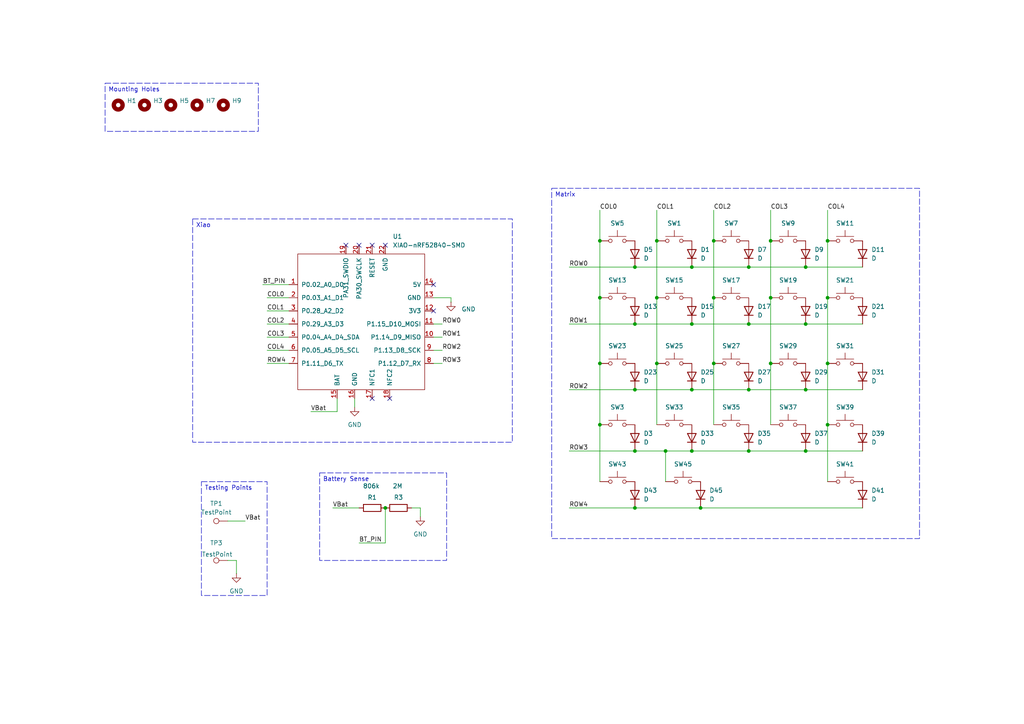
<source format=kicad_sch>
(kicad_sch
	(version 20250114)
	(generator "eeschema")
	(generator_version "9.0")
	(uuid "a60fa221-f66e-433f-a1c3-8b679873e946")
	(paper "A4")
	(lib_symbols
		(symbol "Connector:TestPoint"
			(pin_numbers
				(hide yes)
			)
			(pin_names
				(offset 0.762)
				(hide yes)
			)
			(exclude_from_sim no)
			(in_bom yes)
			(on_board yes)
			(property "Reference" "TP"
				(at 0 6.858 0)
				(effects
					(font
						(size 1.27 1.27)
					)
				)
			)
			(property "Value" "TestPoint"
				(at 0 5.08 0)
				(effects
					(font
						(size 1.27 1.27)
					)
				)
			)
			(property "Footprint" ""
				(at 5.08 0 0)
				(effects
					(font
						(size 1.27 1.27)
					)
					(hide yes)
				)
			)
			(property "Datasheet" "~"
				(at 5.08 0 0)
				(effects
					(font
						(size 1.27 1.27)
					)
					(hide yes)
				)
			)
			(property "Description" "test point"
				(at 0 0 0)
				(effects
					(font
						(size 1.27 1.27)
					)
					(hide yes)
				)
			)
			(property "ki_keywords" "test point tp"
				(at 0 0 0)
				(effects
					(font
						(size 1.27 1.27)
					)
					(hide yes)
				)
			)
			(property "ki_fp_filters" "Pin* Test*"
				(at 0 0 0)
				(effects
					(font
						(size 1.27 1.27)
					)
					(hide yes)
				)
			)
			(symbol "TestPoint_0_1"
				(circle
					(center 0 3.302)
					(radius 0.762)
					(stroke
						(width 0)
						(type default)
					)
					(fill
						(type none)
					)
				)
			)
			(symbol "TestPoint_1_1"
				(pin passive line
					(at 0 0 90)
					(length 2.54)
					(name "1"
						(effects
							(font
								(size 1.27 1.27)
							)
						)
					)
					(number "1"
						(effects
							(font
								(size 1.27 1.27)
							)
						)
					)
				)
			)
			(embedded_fonts no)
		)
		(symbol "Device:D"
			(pin_numbers
				(hide yes)
			)
			(pin_names
				(offset 1.016)
				(hide yes)
			)
			(exclude_from_sim no)
			(in_bom yes)
			(on_board yes)
			(property "Reference" "D"
				(at 0 2.54 0)
				(effects
					(font
						(size 1.27 1.27)
					)
				)
			)
			(property "Value" "D"
				(at 0 -2.54 0)
				(effects
					(font
						(size 1.27 1.27)
					)
				)
			)
			(property "Footprint" ""
				(at 0 0 0)
				(effects
					(font
						(size 1.27 1.27)
					)
					(hide yes)
				)
			)
			(property "Datasheet" "~"
				(at 0 0 0)
				(effects
					(font
						(size 1.27 1.27)
					)
					(hide yes)
				)
			)
			(property "Description" "Diode"
				(at 0 0 0)
				(effects
					(font
						(size 1.27 1.27)
					)
					(hide yes)
				)
			)
			(property "Sim.Device" "D"
				(at 0 0 0)
				(effects
					(font
						(size 1.27 1.27)
					)
					(hide yes)
				)
			)
			(property "Sim.Pins" "1=K 2=A"
				(at 0 0 0)
				(effects
					(font
						(size 1.27 1.27)
					)
					(hide yes)
				)
			)
			(property "ki_keywords" "diode"
				(at 0 0 0)
				(effects
					(font
						(size 1.27 1.27)
					)
					(hide yes)
				)
			)
			(property "ki_fp_filters" "TO-???* *_Diode_* *SingleDiode* D_*"
				(at 0 0 0)
				(effects
					(font
						(size 1.27 1.27)
					)
					(hide yes)
				)
			)
			(symbol "D_0_1"
				(polyline
					(pts
						(xy -1.27 1.27) (xy -1.27 -1.27)
					)
					(stroke
						(width 0.254)
						(type default)
					)
					(fill
						(type none)
					)
				)
				(polyline
					(pts
						(xy 1.27 1.27) (xy 1.27 -1.27) (xy -1.27 0) (xy 1.27 1.27)
					)
					(stroke
						(width 0.254)
						(type default)
					)
					(fill
						(type none)
					)
				)
				(polyline
					(pts
						(xy 1.27 0) (xy -1.27 0)
					)
					(stroke
						(width 0)
						(type default)
					)
					(fill
						(type none)
					)
				)
			)
			(symbol "D_1_1"
				(pin passive line
					(at -3.81 0 0)
					(length 2.54)
					(name "K"
						(effects
							(font
								(size 1.27 1.27)
							)
						)
					)
					(number "1"
						(effects
							(font
								(size 1.27 1.27)
							)
						)
					)
				)
				(pin passive line
					(at 3.81 0 180)
					(length 2.54)
					(name "A"
						(effects
							(font
								(size 1.27 1.27)
							)
						)
					)
					(number "2"
						(effects
							(font
								(size 1.27 1.27)
							)
						)
					)
				)
			)
			(embedded_fonts no)
		)
		(symbol "Device:R"
			(pin_numbers
				(hide yes)
			)
			(pin_names
				(offset 0)
			)
			(exclude_from_sim no)
			(in_bom yes)
			(on_board yes)
			(property "Reference" "R"
				(at 2.032 0 90)
				(effects
					(font
						(size 1.27 1.27)
					)
				)
			)
			(property "Value" "R"
				(at 0 0 90)
				(effects
					(font
						(size 1.27 1.27)
					)
				)
			)
			(property "Footprint" ""
				(at -1.778 0 90)
				(effects
					(font
						(size 1.27 1.27)
					)
					(hide yes)
				)
			)
			(property "Datasheet" "~"
				(at 0 0 0)
				(effects
					(font
						(size 1.27 1.27)
					)
					(hide yes)
				)
			)
			(property "Description" "Resistor"
				(at 0 0 0)
				(effects
					(font
						(size 1.27 1.27)
					)
					(hide yes)
				)
			)
			(property "ki_keywords" "R res resistor"
				(at 0 0 0)
				(effects
					(font
						(size 1.27 1.27)
					)
					(hide yes)
				)
			)
			(property "ki_fp_filters" "R_*"
				(at 0 0 0)
				(effects
					(font
						(size 1.27 1.27)
					)
					(hide yes)
				)
			)
			(symbol "R_0_1"
				(rectangle
					(start -1.016 -2.54)
					(end 1.016 2.54)
					(stroke
						(width 0.254)
						(type default)
					)
					(fill
						(type none)
					)
				)
			)
			(symbol "R_1_1"
				(pin passive line
					(at 0 3.81 270)
					(length 1.27)
					(name "~"
						(effects
							(font
								(size 1.27 1.27)
							)
						)
					)
					(number "1"
						(effects
							(font
								(size 1.27 1.27)
							)
						)
					)
				)
				(pin passive line
					(at 0 -3.81 90)
					(length 1.27)
					(name "~"
						(effects
							(font
								(size 1.27 1.27)
							)
						)
					)
					(number "2"
						(effects
							(font
								(size 1.27 1.27)
							)
						)
					)
				)
			)
			(embedded_fonts no)
		)
		(symbol "Mechanical:MountingHole"
			(pin_names
				(offset 1.016)
			)
			(exclude_from_sim no)
			(in_bom no)
			(on_board yes)
			(property "Reference" "H"
				(at 0 5.08 0)
				(effects
					(font
						(size 1.27 1.27)
					)
				)
			)
			(property "Value" "MountingHole"
				(at 0 3.175 0)
				(effects
					(font
						(size 1.27 1.27)
					)
				)
			)
			(property "Footprint" ""
				(at 0 0 0)
				(effects
					(font
						(size 1.27 1.27)
					)
					(hide yes)
				)
			)
			(property "Datasheet" "~"
				(at 0 0 0)
				(effects
					(font
						(size 1.27 1.27)
					)
					(hide yes)
				)
			)
			(property "Description" "Mounting Hole without connection"
				(at 0 0 0)
				(effects
					(font
						(size 1.27 1.27)
					)
					(hide yes)
				)
			)
			(property "ki_keywords" "mounting hole"
				(at 0 0 0)
				(effects
					(font
						(size 1.27 1.27)
					)
					(hide yes)
				)
			)
			(property "ki_fp_filters" "MountingHole*"
				(at 0 0 0)
				(effects
					(font
						(size 1.27 1.27)
					)
					(hide yes)
				)
			)
			(symbol "MountingHole_0_1"
				(circle
					(center 0 0)
					(radius 1.27)
					(stroke
						(width 1.27)
						(type default)
					)
					(fill
						(type none)
					)
				)
			)
			(embedded_fonts no)
		)
		(symbol "OPL:XIAO-nRF52840-SMD"
			(pin_names
				(offset 1.016)
			)
			(exclude_from_sim no)
			(in_bom yes)
			(on_board yes)
			(property "Reference" "U"
				(at -18.542 23.114 0)
				(effects
					(font
						(size 1.27 1.27)
					)
				)
			)
			(property "Value" "XIAO-nRF52840-SMD"
				(at -8.636 21.336 0)
				(effects
					(font
						(size 1.27 1.27)
					)
				)
			)
			(property "Footprint" ""
				(at -8.89 5.08 0)
				(effects
					(font
						(size 1.27 1.27)
					)
					(hide yes)
				)
			)
			(property "Datasheet" ""
				(at -8.89 5.08 0)
				(effects
					(font
						(size 1.27 1.27)
					)
					(hide yes)
				)
			)
			(property "Description" ""
				(at 0 0 0)
				(effects
					(font
						(size 1.27 1.27)
					)
					(hide yes)
				)
			)
			(symbol "XIAO-nRF52840-SMD_0_1"
				(rectangle
					(start -19.05 20.32)
					(end 17.78 -19.05)
					(stroke
						(width 0)
						(type default)
					)
					(fill
						(type none)
					)
				)
			)
			(symbol "XIAO-nRF52840-SMD_1_1"
				(pin passive line
					(at -21.59 11.43 0)
					(length 2.54)
					(name "P0.02_A0_D0"
						(effects
							(font
								(size 1.27 1.27)
							)
						)
					)
					(number "1"
						(effects
							(font
								(size 1.27 1.27)
							)
						)
					)
				)
				(pin passive line
					(at -21.59 7.62 0)
					(length 2.54)
					(name "P0.03_A1_D1"
						(effects
							(font
								(size 1.27 1.27)
							)
						)
					)
					(number "2"
						(effects
							(font
								(size 1.27 1.27)
							)
						)
					)
				)
				(pin passive line
					(at -21.59 3.81 0)
					(length 2.54)
					(name "P0.28_A2_D2"
						(effects
							(font
								(size 1.27 1.27)
							)
						)
					)
					(number "3"
						(effects
							(font
								(size 1.27 1.27)
							)
						)
					)
				)
				(pin passive line
					(at -21.59 0 0)
					(length 2.54)
					(name "P0.29_A3_D3"
						(effects
							(font
								(size 1.27 1.27)
							)
						)
					)
					(number "4"
						(effects
							(font
								(size 1.27 1.27)
							)
						)
					)
				)
				(pin passive line
					(at -21.59 -3.81 0)
					(length 2.54)
					(name "P0.04_A4_D4_SDA"
						(effects
							(font
								(size 1.27 1.27)
							)
						)
					)
					(number "5"
						(effects
							(font
								(size 1.27 1.27)
							)
						)
					)
				)
				(pin passive line
					(at -21.59 -7.62 0)
					(length 2.54)
					(name "P0.05_A5_D5_SCL"
						(effects
							(font
								(size 1.27 1.27)
							)
						)
					)
					(number "6"
						(effects
							(font
								(size 1.27 1.27)
							)
						)
					)
				)
				(pin passive line
					(at -21.59 -11.43 0)
					(length 2.54)
					(name "P1.11_D6_TX"
						(effects
							(font
								(size 1.27 1.27)
							)
						)
					)
					(number "7"
						(effects
							(font
								(size 1.27 1.27)
							)
						)
					)
				)
				(pin passive line
					(at -7.62 -21.59 90)
					(length 2.54)
					(name "BAT"
						(effects
							(font
								(size 1.27 1.27)
							)
						)
					)
					(number "15"
						(effects
							(font
								(size 1.27 1.27)
							)
						)
					)
				)
				(pin passive line
					(at -5.08 22.86 270)
					(length 2.54)
					(name "PA31_SWDIO"
						(effects
							(font
								(size 1.27 1.27)
							)
						)
					)
					(number "19"
						(effects
							(font
								(size 1.27 1.27)
							)
						)
					)
				)
				(pin passive line
					(at -2.54 -21.59 90)
					(length 2.54)
					(name "GND"
						(effects
							(font
								(size 1.27 1.27)
							)
						)
					)
					(number "16"
						(effects
							(font
								(size 1.27 1.27)
							)
						)
					)
				)
				(pin passive line
					(at -1.27 22.86 270)
					(length 2.54)
					(name "PA30_SWCLK"
						(effects
							(font
								(size 1.27 1.27)
							)
						)
					)
					(number "20"
						(effects
							(font
								(size 1.27 1.27)
							)
						)
					)
				)
				(pin passive line
					(at 2.54 22.86 270)
					(length 2.54)
					(name "RESET"
						(effects
							(font
								(size 1.27 1.27)
							)
						)
					)
					(number "21"
						(effects
							(font
								(size 1.27 1.27)
							)
						)
					)
				)
				(pin passive line
					(at 2.54 -21.59 90)
					(length 2.54)
					(name "NFC1"
						(effects
							(font
								(size 1.27 1.27)
							)
						)
					)
					(number "17"
						(effects
							(font
								(size 1.27 1.27)
							)
						)
					)
				)
				(pin passive line
					(at 6.35 22.86 270)
					(length 2.54)
					(name "GND"
						(effects
							(font
								(size 1.27 1.27)
							)
						)
					)
					(number "22"
						(effects
							(font
								(size 1.27 1.27)
							)
						)
					)
				)
				(pin passive line
					(at 7.62 -21.59 90)
					(length 2.54)
					(name "NFC2"
						(effects
							(font
								(size 1.27 1.27)
							)
						)
					)
					(number "18"
						(effects
							(font
								(size 1.27 1.27)
							)
						)
					)
				)
				(pin passive line
					(at 20.32 11.43 180)
					(length 2.54)
					(name "5V"
						(effects
							(font
								(size 1.27 1.27)
							)
						)
					)
					(number "14"
						(effects
							(font
								(size 1.27 1.27)
							)
						)
					)
				)
				(pin passive line
					(at 20.32 7.62 180)
					(length 2.54)
					(name "GND"
						(effects
							(font
								(size 1.27 1.27)
							)
						)
					)
					(number "13"
						(effects
							(font
								(size 1.27 1.27)
							)
						)
					)
				)
				(pin passive line
					(at 20.32 3.81 180)
					(length 2.54)
					(name "3V3"
						(effects
							(font
								(size 1.27 1.27)
							)
						)
					)
					(number "12"
						(effects
							(font
								(size 1.27 1.27)
							)
						)
					)
				)
				(pin passive line
					(at 20.32 0 180)
					(length 2.54)
					(name "P1.15_D10_MOSI"
						(effects
							(font
								(size 1.27 1.27)
							)
						)
					)
					(number "11"
						(effects
							(font
								(size 1.27 1.27)
							)
						)
					)
				)
				(pin passive line
					(at 20.32 -3.81 180)
					(length 2.54)
					(name "P1.14_D9_MISO"
						(effects
							(font
								(size 1.27 1.27)
							)
						)
					)
					(number "10"
						(effects
							(font
								(size 1.27 1.27)
							)
						)
					)
				)
				(pin passive line
					(at 20.32 -7.62 180)
					(length 2.54)
					(name "P1.13_D8_SCK"
						(effects
							(font
								(size 1.27 1.27)
							)
						)
					)
					(number "9"
						(effects
							(font
								(size 1.27 1.27)
							)
						)
					)
				)
				(pin passive line
					(at 20.32 -11.43 180)
					(length 2.54)
					(name "P1.12_D7_RX"
						(effects
							(font
								(size 1.27 1.27)
							)
						)
					)
					(number "8"
						(effects
							(font
								(size 1.27 1.27)
							)
						)
					)
				)
			)
			(embedded_fonts no)
		)
		(symbol "Switch:SW_Push"
			(pin_numbers
				(hide yes)
			)
			(pin_names
				(offset 1.016)
				(hide yes)
			)
			(exclude_from_sim no)
			(in_bom yes)
			(on_board yes)
			(property "Reference" "SW"
				(at 1.27 2.54 0)
				(effects
					(font
						(size 1.27 1.27)
					)
					(justify left)
				)
			)
			(property "Value" "SW_Push"
				(at 0 -1.524 0)
				(effects
					(font
						(size 1.27 1.27)
					)
				)
			)
			(property "Footprint" ""
				(at 0 5.08 0)
				(effects
					(font
						(size 1.27 1.27)
					)
					(hide yes)
				)
			)
			(property "Datasheet" "~"
				(at 0 5.08 0)
				(effects
					(font
						(size 1.27 1.27)
					)
					(hide yes)
				)
			)
			(property "Description" "Push button switch, generic, two pins"
				(at 0 0 0)
				(effects
					(font
						(size 1.27 1.27)
					)
					(hide yes)
				)
			)
			(property "ki_keywords" "switch normally-open pushbutton push-button"
				(at 0 0 0)
				(effects
					(font
						(size 1.27 1.27)
					)
					(hide yes)
				)
			)
			(symbol "SW_Push_0_1"
				(circle
					(center -2.032 0)
					(radius 0.508)
					(stroke
						(width 0)
						(type default)
					)
					(fill
						(type none)
					)
				)
				(polyline
					(pts
						(xy 0 1.27) (xy 0 3.048)
					)
					(stroke
						(width 0)
						(type default)
					)
					(fill
						(type none)
					)
				)
				(circle
					(center 2.032 0)
					(radius 0.508)
					(stroke
						(width 0)
						(type default)
					)
					(fill
						(type none)
					)
				)
				(polyline
					(pts
						(xy 2.54 1.27) (xy -2.54 1.27)
					)
					(stroke
						(width 0)
						(type default)
					)
					(fill
						(type none)
					)
				)
				(pin passive line
					(at -5.08 0 0)
					(length 2.54)
					(name "1"
						(effects
							(font
								(size 1.27 1.27)
							)
						)
					)
					(number "1"
						(effects
							(font
								(size 1.27 1.27)
							)
						)
					)
				)
				(pin passive line
					(at 5.08 0 180)
					(length 2.54)
					(name "2"
						(effects
							(font
								(size 1.27 1.27)
							)
						)
					)
					(number "2"
						(effects
							(font
								(size 1.27 1.27)
							)
						)
					)
				)
			)
			(embedded_fonts no)
		)
		(symbol "power:GND"
			(power)
			(pin_numbers
				(hide yes)
			)
			(pin_names
				(offset 0)
				(hide yes)
			)
			(exclude_from_sim no)
			(in_bom yes)
			(on_board yes)
			(property "Reference" "#PWR"
				(at 0 -6.35 0)
				(effects
					(font
						(size 1.27 1.27)
					)
					(hide yes)
				)
			)
			(property "Value" "GND"
				(at 0 -3.81 0)
				(effects
					(font
						(size 1.27 1.27)
					)
				)
			)
			(property "Footprint" ""
				(at 0 0 0)
				(effects
					(font
						(size 1.27 1.27)
					)
					(hide yes)
				)
			)
			(property "Datasheet" ""
				(at 0 0 0)
				(effects
					(font
						(size 1.27 1.27)
					)
					(hide yes)
				)
			)
			(property "Description" "Power symbol creates a global label with name \"GND\" , ground"
				(at 0 0 0)
				(effects
					(font
						(size 1.27 1.27)
					)
					(hide yes)
				)
			)
			(property "ki_keywords" "global power"
				(at 0 0 0)
				(effects
					(font
						(size 1.27 1.27)
					)
					(hide yes)
				)
			)
			(symbol "GND_0_1"
				(polyline
					(pts
						(xy 0 0) (xy 0 -1.27) (xy 1.27 -1.27) (xy 0 -2.54) (xy -1.27 -1.27) (xy 0 -1.27)
					)
					(stroke
						(width 0)
						(type default)
					)
					(fill
						(type none)
					)
				)
			)
			(symbol "GND_1_1"
				(pin power_in line
					(at 0 0 270)
					(length 0)
					(name "~"
						(effects
							(font
								(size 1.27 1.27)
							)
						)
					)
					(number "1"
						(effects
							(font
								(size 1.27 1.27)
							)
						)
					)
				)
			)
			(embedded_fonts no)
		)
	)
	(text_box "Mounting Holes\n"
		(exclude_from_sim no)
		(at 30.48 24.13 0)
		(size 44.45 13.97)
		(margins 0.9525 0.9525 0.9525 0.9525)
		(stroke
			(width 0)
			(type dash)
		)
		(fill
			(type none)
		)
		(effects
			(font
				(size 1.27 1.27)
			)
			(justify left top)
		)
		(uuid "568e11f7-6b03-4001-b7da-9d3bd77da1b9")
	)
	(text_box "Testing Points"
		(exclude_from_sim no)
		(at 58.42 139.7 0)
		(size 19.05 33.02)
		(margins 0.9525 0.9525 0.9525 0.9525)
		(stroke
			(width 0)
			(type dash)
		)
		(fill
			(type none)
		)
		(effects
			(font
				(size 1.27 1.27)
			)
			(justify left top)
		)
		(uuid "94e159d4-fb91-4094-b434-ef6a30d8f8fb")
	)
	(text_box "Xiao\n"
		(exclude_from_sim no)
		(at 55.88 63.5 0)
		(size 92.71 64.77)
		(margins 0.9525 0.9525 0.9525 0.9525)
		(stroke
			(width 0)
			(type dash)
		)
		(fill
			(type none)
		)
		(effects
			(font
				(size 1.27 1.27)
			)
			(justify left top)
		)
		(uuid "b7a77d17-43bf-4cf2-87ea-195be0db0a02")
	)
	(text_box "Matrix\n"
		(exclude_from_sim no)
		(at 160.02 54.61 0)
		(size 106.68 101.6)
		(margins 0.9525 0.9525 0.9525 0.9525)
		(stroke
			(width 0)
			(type dash)
		)
		(fill
			(type none)
		)
		(effects
			(font
				(size 1.27 1.27)
			)
			(justify left top)
		)
		(uuid "dad7993c-7254-4cd4-949c-2cc478cd703e")
	)
	(text_box "Battery Sense"
		(exclude_from_sim no)
		(at 92.71 137.16 0)
		(size 36.83 25.4)
		(margins 0.9525 0.9525 0.9525 0.9525)
		(stroke
			(width 0)
			(type dash)
		)
		(fill
			(type none)
		)
		(effects
			(font
				(size 1.27 1.27)
			)
			(justify left top)
		)
		(uuid "e6eed8d1-8dc6-483f-b61c-aa12f578885a")
	)
	(junction
		(at 223.52 69.85)
		(diameter 0)
		(color 0 0 0 0)
		(uuid "063d4e11-f3ad-4590-b3e8-9f93c73acba0")
	)
	(junction
		(at 111.76 147.32)
		(diameter 0)
		(color 0 0 0 0)
		(uuid "073dabd8-34e0-48e8-a20a-bbbffc94ffe7")
	)
	(junction
		(at 207.01 105.41)
		(diameter 0)
		(color 0 0 0 0)
		(uuid "0948c094-ec30-4ff8-b768-bdef47fc9123")
	)
	(junction
		(at 184.15 113.03)
		(diameter 0)
		(color 0 0 0 0)
		(uuid "0c796456-9b0e-47b7-851c-7352ed70cdb7")
	)
	(junction
		(at 233.68 130.81)
		(diameter 0)
		(color 0 0 0 0)
		(uuid "1351b6f6-44f6-4c17-825d-69c58e6ac91f")
	)
	(junction
		(at 184.15 130.81)
		(diameter 0)
		(color 0 0 0 0)
		(uuid "15aefbdc-831e-4489-ba08-0135f25f6d1b")
	)
	(junction
		(at 233.68 113.03)
		(diameter 0)
		(color 0 0 0 0)
		(uuid "15cf36fb-f8da-45c3-906b-66ec94a98c29")
	)
	(junction
		(at 190.5 69.85)
		(diameter 0)
		(color 0 0 0 0)
		(uuid "18dd8248-6d11-40ec-882e-27ddb756cfdb")
	)
	(junction
		(at 223.52 105.41)
		(diameter 0)
		(color 0 0 0 0)
		(uuid "22b74a68-6d84-466f-9dab-6145a81636d8")
	)
	(junction
		(at 184.15 77.47)
		(diameter 0)
		(color 0 0 0 0)
		(uuid "3108ed74-d3a6-42d0-938c-0363f7c1f3ac")
	)
	(junction
		(at 217.17 93.98)
		(diameter 0)
		(color 0 0 0 0)
		(uuid "32f20698-14ce-4d95-9185-1f30484ffece")
	)
	(junction
		(at 200.66 113.03)
		(diameter 0)
		(color 0 0 0 0)
		(uuid "35c7b4bf-fa18-4452-820a-9028cfede549")
	)
	(junction
		(at 240.03 86.36)
		(diameter 0)
		(color 0 0 0 0)
		(uuid "46be32be-252e-4fd1-a2cf-5e813489f0a4")
	)
	(junction
		(at 173.99 86.36)
		(diameter 0)
		(color 0 0 0 0)
		(uuid "5a7ef298-6c3c-402c-a754-50f75f339ff5")
	)
	(junction
		(at 207.01 69.85)
		(diameter 0)
		(color 0 0 0 0)
		(uuid "6092d37f-8243-4234-bddd-ecd4b896a9d5")
	)
	(junction
		(at 184.15 93.98)
		(diameter 0)
		(color 0 0 0 0)
		(uuid "7d018bb9-c34a-4250-be9a-f36a0f82e987")
	)
	(junction
		(at 173.99 123.19)
		(diameter 0)
		(color 0 0 0 0)
		(uuid "7ecc069d-da39-4210-a00a-31337cafacb2")
	)
	(junction
		(at 173.99 69.85)
		(diameter 0)
		(color 0 0 0 0)
		(uuid "82964501-5b88-46af-8ac2-735dd298a3fd")
	)
	(junction
		(at 200.66 77.47)
		(diameter 0)
		(color 0 0 0 0)
		(uuid "82e295cd-5971-4b6c-8a7f-4a82ab07db84")
	)
	(junction
		(at 240.03 123.19)
		(diameter 0)
		(color 0 0 0 0)
		(uuid "89b6cc7b-240e-49e9-9cbd-f0f67164cdba")
	)
	(junction
		(at 200.66 93.98)
		(diameter 0)
		(color 0 0 0 0)
		(uuid "8f1d57ef-1a1e-40fa-b413-e66bcbfdee93")
	)
	(junction
		(at 190.5 86.36)
		(diameter 0)
		(color 0 0 0 0)
		(uuid "93a510e5-dfa3-4898-8ac8-f9bdfb0e18f0")
	)
	(junction
		(at 233.68 77.47)
		(diameter 0)
		(color 0 0 0 0)
		(uuid "9543bbe7-04f4-4840-b1a3-1f4a68d6931a")
	)
	(junction
		(at 207.01 86.36)
		(diameter 0)
		(color 0 0 0 0)
		(uuid "a7c2aec3-9584-4553-abf9-eefd9c633876")
	)
	(junction
		(at 190.5 105.41)
		(diameter 0)
		(color 0 0 0 0)
		(uuid "ae0baa3d-c38f-4631-a067-b82559bdd7b7")
	)
	(junction
		(at 223.52 86.36)
		(diameter 0)
		(color 0 0 0 0)
		(uuid "b273758b-10f6-4512-9bc7-ce942f096d8e")
	)
	(junction
		(at 217.17 130.81)
		(diameter 0)
		(color 0 0 0 0)
		(uuid "bcf0ff2c-ff73-4aad-aa71-4dd60a6c8653")
	)
	(junction
		(at 184.15 147.32)
		(diameter 0)
		(color 0 0 0 0)
		(uuid "cb327b25-ae49-4b9c-be21-50bb63d2896c")
	)
	(junction
		(at 217.17 113.03)
		(diameter 0)
		(color 0 0 0 0)
		(uuid "cc906693-f4af-4400-882e-3972341c458a")
	)
	(junction
		(at 233.68 93.98)
		(diameter 0)
		(color 0 0 0 0)
		(uuid "cddfd934-ddad-44e2-a643-900fe0505994")
	)
	(junction
		(at 173.99 105.41)
		(diameter 0)
		(color 0 0 0 0)
		(uuid "df239223-f131-4d40-8920-aae451bac2c0")
	)
	(junction
		(at 240.03 105.41)
		(diameter 0)
		(color 0 0 0 0)
		(uuid "ecb12295-7665-43c7-9353-40032a901425")
	)
	(junction
		(at 200.66 130.81)
		(diameter 0)
		(color 0 0 0 0)
		(uuid "edcdcfda-5fe5-441c-99ab-62e75858a54d")
	)
	(junction
		(at 217.17 77.47)
		(diameter 0)
		(color 0 0 0 0)
		(uuid "ee4d222f-650a-4d57-9089-05bd2a53e81e")
	)
	(junction
		(at 193.04 130.81)
		(diameter 0)
		(color 0 0 0 0)
		(uuid "ef2c9967-5b10-4981-a74c-5ce2a18f2332")
	)
	(junction
		(at 240.03 69.85)
		(diameter 0)
		(color 0 0 0 0)
		(uuid "f1cf8826-47eb-4270-8187-ea56ce863fbe")
	)
	(junction
		(at 203.2 147.32)
		(diameter 0)
		(color 0 0 0 0)
		(uuid "f27d1ab5-c17a-4199-b2a8-1b3c3be5c75f")
	)
	(no_connect
		(at 113.03 115.57)
		(uuid "01672eb9-c22d-4e46-936c-2b0d43cfc54a")
	)
	(no_connect
		(at 111.76 71.12)
		(uuid "0d859fe8-991b-4ea2-81fd-1e9dcd87b555")
	)
	(no_connect
		(at 100.33 71.12)
		(uuid "3680227a-1bd5-4b0b-8d53-02fc38c7b693")
	)
	(no_connect
		(at 107.95 71.12)
		(uuid "75e3a797-cc81-438d-81d9-cde5f781b94c")
	)
	(no_connect
		(at 107.95 115.57)
		(uuid "782ac586-1dee-4da7-811f-244627d9c86c")
	)
	(no_connect
		(at 125.73 90.17)
		(uuid "8bf2cdcd-8f9f-45f4-9993-2c2e6016cb3f")
	)
	(no_connect
		(at 125.73 82.55)
		(uuid "b720aedb-1916-477e-903e-5aa08571c97c")
	)
	(no_connect
		(at 104.14 71.12)
		(uuid "da189920-c7ea-4818-92c1-af208c5d41d6")
	)
	(wire
		(pts
			(xy 233.68 113.03) (xy 250.19 113.03)
		)
		(stroke
			(width 0)
			(type default)
		)
		(uuid "013b8a99-a6f1-4e24-ac82-da3ccfc0e16b")
	)
	(wire
		(pts
			(xy 190.5 105.41) (xy 190.5 123.19)
		)
		(stroke
			(width 0)
			(type default)
		)
		(uuid "02739b69-59ef-41a9-8b14-62e741d08702")
	)
	(wire
		(pts
			(xy 240.03 60.96) (xy 240.03 69.85)
		)
		(stroke
			(width 0)
			(type default)
		)
		(uuid "0b4b8280-9259-4260-ae96-98c395e3ffb0")
	)
	(wire
		(pts
			(xy 207.01 105.41) (xy 207.01 123.19)
		)
		(stroke
			(width 0)
			(type default)
		)
		(uuid "0c7dec24-2640-4b78-80c3-c88b06c5ee86")
	)
	(wire
		(pts
			(xy 125.73 93.98) (xy 128.27 93.98)
		)
		(stroke
			(width 0)
			(type default)
		)
		(uuid "0c80b6ce-935d-4aad-a3f8-5caf0f59004b")
	)
	(wire
		(pts
			(xy 121.92 147.32) (xy 121.92 149.86)
		)
		(stroke
			(width 0)
			(type default)
		)
		(uuid "0d8220da-44c4-4586-a2e1-480abbb18dc0")
	)
	(wire
		(pts
			(xy 66.04 151.13) (xy 71.12 151.13)
		)
		(stroke
			(width 0)
			(type default)
		)
		(uuid "0f05b882-62dd-4de8-b94f-868b9f7642a9")
	)
	(wire
		(pts
			(xy 184.15 113.03) (xy 200.66 113.03)
		)
		(stroke
			(width 0)
			(type default)
		)
		(uuid "186f4b69-dcdb-4b1d-94db-f2f729850443")
	)
	(wire
		(pts
			(xy 77.47 105.41) (xy 83.82 105.41)
		)
		(stroke
			(width 0)
			(type default)
		)
		(uuid "187707e6-7476-483c-ac5a-4065fef54654")
	)
	(wire
		(pts
			(xy 130.81 86.36) (xy 130.81 87.63)
		)
		(stroke
			(width 0)
			(type default)
		)
		(uuid "1d84aaf5-82be-4f64-8b70-7fc06b19a8bf")
	)
	(wire
		(pts
			(xy 173.99 86.36) (xy 173.99 105.41)
		)
		(stroke
			(width 0)
			(type default)
		)
		(uuid "1d96957f-affe-4693-b9ba-ceaa6fe457c7")
	)
	(wire
		(pts
			(xy 173.99 123.19) (xy 173.99 139.7)
		)
		(stroke
			(width 0)
			(type default)
		)
		(uuid "22732d92-2d37-44a8-95c4-2d9193a30c94")
	)
	(wire
		(pts
			(xy 200.66 113.03) (xy 217.17 113.03)
		)
		(stroke
			(width 0)
			(type default)
		)
		(uuid "2ee744af-edbd-4e19-819a-9edc52be2eb6")
	)
	(wire
		(pts
			(xy 96.52 147.32) (xy 104.14 147.32)
		)
		(stroke
			(width 0)
			(type default)
		)
		(uuid "34577e34-55dc-47a8-9cd7-8c55fd4b34c1")
	)
	(wire
		(pts
			(xy 90.17 119.38) (xy 97.79 119.38)
		)
		(stroke
			(width 0)
			(type default)
		)
		(uuid "3f274396-922d-432c-a189-c1a808ed5690")
	)
	(wire
		(pts
			(xy 66.04 162.56) (xy 68.58 162.56)
		)
		(stroke
			(width 0)
			(type default)
		)
		(uuid "42c36cc2-70d1-4b26-a06d-f62ba2ded9fa")
	)
	(wire
		(pts
			(xy 184.15 77.47) (xy 200.66 77.47)
		)
		(stroke
			(width 0)
			(type default)
		)
		(uuid "43b3962a-a0f8-48f3-b7cb-8057185a36b3")
	)
	(wire
		(pts
			(xy 217.17 130.81) (xy 233.68 130.81)
		)
		(stroke
			(width 0)
			(type default)
		)
		(uuid "467f634f-6d42-40dc-b422-7a84fc31b6e8")
	)
	(wire
		(pts
			(xy 173.99 105.41) (xy 173.99 123.19)
		)
		(stroke
			(width 0)
			(type default)
		)
		(uuid "48a81489-df38-490a-9521-d69503e2b910")
	)
	(wire
		(pts
			(xy 184.15 147.32) (xy 203.2 147.32)
		)
		(stroke
			(width 0)
			(type default)
		)
		(uuid "4b4f8481-60df-43cb-b0cf-93125ecf5442")
	)
	(wire
		(pts
			(xy 77.47 86.36) (xy 83.82 86.36)
		)
		(stroke
			(width 0)
			(type default)
		)
		(uuid "5483dda3-e12e-4ab7-992d-6ea514e6a3a9")
	)
	(wire
		(pts
			(xy 77.47 93.98) (xy 83.82 93.98)
		)
		(stroke
			(width 0)
			(type default)
		)
		(uuid "58ae024e-a60e-4246-91c6-bfb91894de6f")
	)
	(wire
		(pts
			(xy 125.73 97.79) (xy 128.27 97.79)
		)
		(stroke
			(width 0)
			(type default)
		)
		(uuid "692c2475-8b66-4b0c-bb24-0babd62d1ee1")
	)
	(wire
		(pts
			(xy 77.47 90.17) (xy 83.82 90.17)
		)
		(stroke
			(width 0)
			(type default)
		)
		(uuid "6b4c4f62-f42e-4b17-9225-e340ea0d5f77")
	)
	(wire
		(pts
			(xy 165.1 113.03) (xy 184.15 113.03)
		)
		(stroke
			(width 0)
			(type default)
		)
		(uuid "6e308666-298e-4da6-887b-ebaa0e9a4054")
	)
	(wire
		(pts
			(xy 240.03 86.36) (xy 240.03 105.41)
		)
		(stroke
			(width 0)
			(type default)
		)
		(uuid "70f6cf6c-7287-49ad-b6bb-c474923fc97b")
	)
	(wire
		(pts
			(xy 125.73 105.41) (xy 128.27 105.41)
		)
		(stroke
			(width 0)
			(type default)
		)
		(uuid "72bfd73e-9bb5-409f-a543-037253ee12fc")
	)
	(wire
		(pts
			(xy 76.2 82.55) (xy 83.82 82.55)
		)
		(stroke
			(width 0)
			(type default)
		)
		(uuid "72f1a46b-36d9-46bc-8632-67bd44bfce9b")
	)
	(wire
		(pts
			(xy 233.68 77.47) (xy 250.19 77.47)
		)
		(stroke
			(width 0)
			(type default)
		)
		(uuid "78b76464-5131-4abc-bec8-ef717c9d478b")
	)
	(wire
		(pts
			(xy 184.15 93.98) (xy 200.66 93.98)
		)
		(stroke
			(width 0)
			(type default)
		)
		(uuid "79e80ea1-6fd8-47d9-ab84-6bd164c916ab")
	)
	(wire
		(pts
			(xy 97.79 119.38) (xy 97.79 115.57)
		)
		(stroke
			(width 0)
			(type default)
		)
		(uuid "7bf641cd-9f1d-4584-9be7-23c47bbc312a")
	)
	(wire
		(pts
			(xy 165.1 130.81) (xy 184.15 130.81)
		)
		(stroke
			(width 0)
			(type default)
		)
		(uuid "8591d6ca-e254-4ee0-a191-54a9aacf247b")
	)
	(wire
		(pts
			(xy 165.1 147.32) (xy 184.15 147.32)
		)
		(stroke
			(width 0)
			(type default)
		)
		(uuid "86416381-c3c6-46b3-9886-a1d4a290bf41")
	)
	(wire
		(pts
			(xy 190.5 86.36) (xy 190.5 105.41)
		)
		(stroke
			(width 0)
			(type default)
		)
		(uuid "90c5a07d-2f73-43cd-9245-1d80cdc7531d")
	)
	(wire
		(pts
			(xy 102.87 115.57) (xy 102.87 118.11)
		)
		(stroke
			(width 0)
			(type default)
		)
		(uuid "9579b6b8-75fb-4d16-b0b7-2eaefbe8ad8a")
	)
	(wire
		(pts
			(xy 240.03 123.19) (xy 240.03 139.7)
		)
		(stroke
			(width 0)
			(type default)
		)
		(uuid "98406869-f889-4a38-b19a-74ca14583071")
	)
	(wire
		(pts
			(xy 68.58 162.56) (xy 68.58 166.37)
		)
		(stroke
			(width 0)
			(type default)
		)
		(uuid "989da452-bc5f-4782-b990-ff958ddf68cd")
	)
	(wire
		(pts
			(xy 217.17 93.98) (xy 233.68 93.98)
		)
		(stroke
			(width 0)
			(type default)
		)
		(uuid "9967efe6-0272-443c-8cbe-ff16238c428c")
	)
	(wire
		(pts
			(xy 203.2 147.32) (xy 250.19 147.32)
		)
		(stroke
			(width 0)
			(type default)
		)
		(uuid "9cbde3cb-1200-416a-819d-615f455153ff")
	)
	(wire
		(pts
			(xy 190.5 69.85) (xy 190.5 86.36)
		)
		(stroke
			(width 0)
			(type default)
		)
		(uuid "9d3f0373-cea0-4f3d-8139-1a4d8cfd816e")
	)
	(wire
		(pts
			(xy 223.52 60.96) (xy 223.52 69.85)
		)
		(stroke
			(width 0)
			(type default)
		)
		(uuid "a3ca51d1-1ca4-4e61-beaa-93a94c1e3ec3")
	)
	(wire
		(pts
			(xy 190.5 60.96) (xy 190.5 69.85)
		)
		(stroke
			(width 0)
			(type default)
		)
		(uuid "a46c74ed-d762-42f8-88b1-9ef3b09783ad")
	)
	(wire
		(pts
			(xy 223.52 86.36) (xy 223.52 105.41)
		)
		(stroke
			(width 0)
			(type default)
		)
		(uuid "a7252286-df2c-4ef3-865f-132923d8dfaa")
	)
	(wire
		(pts
			(xy 173.99 60.96) (xy 173.99 69.85)
		)
		(stroke
			(width 0)
			(type default)
		)
		(uuid "a91ba9ee-805e-4ed6-93b1-3552f69c14b2")
	)
	(wire
		(pts
			(xy 200.66 130.81) (xy 217.17 130.81)
		)
		(stroke
			(width 0)
			(type default)
		)
		(uuid "b3e8cd3f-9d14-49d4-b789-f61ee22d296a")
	)
	(wire
		(pts
			(xy 223.52 105.41) (xy 223.52 123.19)
		)
		(stroke
			(width 0)
			(type default)
		)
		(uuid "b4ae9275-e665-4444-915a-9115310bcc3a")
	)
	(wire
		(pts
			(xy 125.73 101.6) (xy 128.27 101.6)
		)
		(stroke
			(width 0)
			(type default)
		)
		(uuid "b75e3cae-4252-4054-8d4b-c77a911d725b")
	)
	(wire
		(pts
			(xy 240.03 69.85) (xy 240.03 86.36)
		)
		(stroke
			(width 0)
			(type default)
		)
		(uuid "b9ceab13-bdab-4efe-8151-9cba679504b4")
	)
	(wire
		(pts
			(xy 223.52 69.85) (xy 223.52 86.36)
		)
		(stroke
			(width 0)
			(type default)
		)
		(uuid "ba7b8c39-b11c-4cfa-8cdb-c217d6e8c001")
	)
	(wire
		(pts
			(xy 207.01 60.96) (xy 207.01 69.85)
		)
		(stroke
			(width 0)
			(type default)
		)
		(uuid "bce2f7a5-2363-47d1-bd26-68474f4e21f2")
	)
	(wire
		(pts
			(xy 200.66 77.47) (xy 217.17 77.47)
		)
		(stroke
			(width 0)
			(type default)
		)
		(uuid "bde0dd43-8906-4364-a6c5-01a20bca4e5e")
	)
	(wire
		(pts
			(xy 193.04 130.81) (xy 200.66 130.81)
		)
		(stroke
			(width 0)
			(type default)
		)
		(uuid "be08c402-c90d-488d-a2f7-fc9072e982f8")
	)
	(wire
		(pts
			(xy 111.76 157.48) (xy 111.76 147.32)
		)
		(stroke
			(width 0)
			(type default)
		)
		(uuid "bf0e1ff9-8803-47bb-acc8-fbed8d9a0c04")
	)
	(wire
		(pts
			(xy 233.68 130.81) (xy 250.19 130.81)
		)
		(stroke
			(width 0)
			(type default)
		)
		(uuid "c10d8b1d-4ee1-4995-ad5c-b0ddd5f864cd")
	)
	(wire
		(pts
			(xy 207.01 86.36) (xy 207.01 105.41)
		)
		(stroke
			(width 0)
			(type default)
		)
		(uuid "c5812c85-1777-45d3-b768-ae520f2415e5")
	)
	(wire
		(pts
			(xy 207.01 69.85) (xy 207.01 86.36)
		)
		(stroke
			(width 0)
			(type default)
		)
		(uuid "cd500f47-2083-48b9-8a5d-1f28a3417c7e")
	)
	(wire
		(pts
			(xy 240.03 105.41) (xy 240.03 123.19)
		)
		(stroke
			(width 0)
			(type default)
		)
		(uuid "d3e0805c-b35e-423f-97b0-08ee7e57bffd")
	)
	(wire
		(pts
			(xy 217.17 113.03) (xy 233.68 113.03)
		)
		(stroke
			(width 0)
			(type default)
		)
		(uuid "d4f77f3b-62fc-4ac5-8286-604569e807de")
	)
	(wire
		(pts
			(xy 217.17 77.47) (xy 233.68 77.47)
		)
		(stroke
			(width 0)
			(type default)
		)
		(uuid "d696a222-2926-4d3e-9574-f80e5352c8f5")
	)
	(wire
		(pts
			(xy 233.68 93.98) (xy 250.19 93.98)
		)
		(stroke
			(width 0)
			(type default)
		)
		(uuid "dc5bdcb8-9854-435d-bcd5-c56a931f29ff")
	)
	(wire
		(pts
			(xy 125.73 86.36) (xy 130.81 86.36)
		)
		(stroke
			(width 0)
			(type default)
		)
		(uuid "e075a141-89c9-4a74-91de-3e031116a233")
	)
	(wire
		(pts
			(xy 77.47 101.6) (xy 83.82 101.6)
		)
		(stroke
			(width 0)
			(type default)
		)
		(uuid "e75414d2-1b72-48dc-8035-e8a213c63a31")
	)
	(wire
		(pts
			(xy 165.1 93.98) (xy 184.15 93.98)
		)
		(stroke
			(width 0)
			(type default)
		)
		(uuid "f102020d-b31b-4b64-aa29-edb1f5d22414")
	)
	(wire
		(pts
			(xy 173.99 69.85) (xy 173.99 86.36)
		)
		(stroke
			(width 0)
			(type default)
		)
		(uuid "f11fe959-d9f8-4f35-9bb7-08907368a275")
	)
	(wire
		(pts
			(xy 119.38 147.32) (xy 121.92 147.32)
		)
		(stroke
			(width 0)
			(type default)
		)
		(uuid "f2be5647-512a-42bb-942a-9228a82dc41a")
	)
	(wire
		(pts
			(xy 165.1 77.47) (xy 184.15 77.47)
		)
		(stroke
			(width 0)
			(type default)
		)
		(uuid "f3c9b414-91aa-4ded-a9d3-c97fb4db6b14")
	)
	(wire
		(pts
			(xy 193.04 130.81) (xy 193.04 139.7)
		)
		(stroke
			(width 0)
			(type default)
		)
		(uuid "f888a849-60b6-4285-832c-4494445907cc")
	)
	(wire
		(pts
			(xy 184.15 130.81) (xy 193.04 130.81)
		)
		(stroke
			(width 0)
			(type default)
		)
		(uuid "f9494873-6758-4e91-b731-18c81eab76d7")
	)
	(wire
		(pts
			(xy 77.47 97.79) (xy 83.82 97.79)
		)
		(stroke
			(width 0)
			(type default)
		)
		(uuid "f9af8550-7600-45c2-a58a-2e09a7b49a35")
	)
	(wire
		(pts
			(xy 200.66 93.98) (xy 217.17 93.98)
		)
		(stroke
			(width 0)
			(type default)
		)
		(uuid "fb822af4-867a-4345-95b8-db3aaa819be1")
	)
	(wire
		(pts
			(xy 104.14 157.48) (xy 111.76 157.48)
		)
		(stroke
			(width 0)
			(type default)
		)
		(uuid "fe8c7489-5be0-4801-9c0f-6b9d4395a3e1")
	)
	(label "VBat"
		(at 71.12 151.13 0)
		(effects
			(font
				(size 1.27 1.27)
			)
			(justify left bottom)
		)
		(uuid "090b874f-42c1-438c-bba4-c95484fff384")
	)
	(label "ROW1"
		(at 165.1 93.98 0)
		(effects
			(font
				(size 1.27 1.27)
			)
			(justify left bottom)
		)
		(uuid "0962c53d-cc53-4328-b82b-2ff6b6127901")
	)
	(label "ROW0"
		(at 165.1 77.47 0)
		(effects
			(font
				(size 1.27 1.27)
			)
			(justify left bottom)
		)
		(uuid "0b39f923-836d-4a5c-baf8-3d3f0dbfdcb8")
	)
	(label "ROW4"
		(at 165.1 147.32 0)
		(effects
			(font
				(size 1.27 1.27)
			)
			(justify left bottom)
		)
		(uuid "134698f2-a739-4c6e-a889-87682763524e")
	)
	(label "VBat"
		(at 90.17 119.38 0)
		(effects
			(font
				(size 1.27 1.27)
			)
			(justify left bottom)
		)
		(uuid "18d097c3-08b8-44e9-b8c3-6076a6684987")
	)
	(label "ROW4"
		(at 77.47 105.41 0)
		(effects
			(font
				(size 1.27 1.27)
			)
			(justify left bottom)
		)
		(uuid "18f1d49c-f0cc-4103-9090-f643438b5fe2")
	)
	(label "ROW3"
		(at 165.1 130.81 0)
		(effects
			(font
				(size 1.27 1.27)
			)
			(justify left bottom)
		)
		(uuid "35ba9706-7c2b-4e3b-8c40-597209d2b766")
	)
	(label "ROW1"
		(at 128.27 97.79 0)
		(effects
			(font
				(size 1.27 1.27)
			)
			(justify left bottom)
		)
		(uuid "3d88674b-0052-40dc-bb07-03652a84475a")
	)
	(label "COL1"
		(at 77.47 90.17 0)
		(effects
			(font
				(size 1.27 1.27)
			)
			(justify left bottom)
		)
		(uuid "3e8aa995-09c8-4833-9cd0-3f8198e574f5")
	)
	(label "ROW0"
		(at 128.27 93.98 0)
		(effects
			(font
				(size 1.27 1.27)
			)
			(justify left bottom)
		)
		(uuid "435354bf-bd18-406e-b484-60e71462b019")
	)
	(label "COL1"
		(at 190.5 60.96 0)
		(effects
			(font
				(size 1.27 1.27)
			)
			(justify left bottom)
		)
		(uuid "45c859a3-93ad-4efc-a9ea-8c30c13b77ee")
	)
	(label "BT_PIN"
		(at 76.2 82.55 0)
		(effects
			(font
				(size 1.27 1.27)
			)
			(justify left bottom)
		)
		(uuid "4e7f4805-8efd-4ad4-841a-ffa9bb17dc00")
	)
	(label "COL2"
		(at 77.47 93.98 0)
		(effects
			(font
				(size 1.27 1.27)
			)
			(justify left bottom)
		)
		(uuid "6147d11b-e307-4df8-8eb0-58efcce60ff7")
	)
	(label "COL0"
		(at 77.47 86.36 0)
		(effects
			(font
				(size 1.27 1.27)
			)
			(justify left bottom)
		)
		(uuid "6580bc1a-f793-47c6-b296-2049cd61a71e")
	)
	(label "COL0"
		(at 173.99 60.96 0)
		(effects
			(font
				(size 1.27 1.27)
			)
			(justify left bottom)
		)
		(uuid "8051b1d8-04e1-4066-99d3-51354ed32301")
	)
	(label "ROW2"
		(at 165.1 113.03 0)
		(effects
			(font
				(size 1.27 1.27)
			)
			(justify left bottom)
		)
		(uuid "ad415cc3-4334-4e51-a99c-2e2a6c3d2a55")
	)
	(label "COL4"
		(at 77.47 101.6 0)
		(effects
			(font
				(size 1.27 1.27)
			)
			(justify left bottom)
		)
		(uuid "b4dce0f2-d7b0-4704-9b0b-bc91fdc50820")
	)
	(label "COL3"
		(at 223.52 60.96 0)
		(effects
			(font
				(size 1.27 1.27)
			)
			(justify left bottom)
		)
		(uuid "b9aaa11f-39a7-4e8f-a326-980aeeb90e31")
	)
	(label "COL3"
		(at 77.47 97.79 0)
		(effects
			(font
				(size 1.27 1.27)
			)
			(justify left bottom)
		)
		(uuid "c63ae75b-d96a-47b4-891d-4c082cb498be")
	)
	(label "COL2"
		(at 207.01 60.96 0)
		(effects
			(font
				(size 1.27 1.27)
			)
			(justify left bottom)
		)
		(uuid "c971bb2d-f36f-49d3-b7f9-9db510847f70")
	)
	(label "ROW2"
		(at 128.27 101.6 0)
		(effects
			(font
				(size 1.27 1.27)
			)
			(justify left bottom)
		)
		(uuid "d7c4f084-4565-4de8-b655-6aba442e9403")
	)
	(label "BT_PIN"
		(at 104.14 157.48 0)
		(effects
			(font
				(size 1.27 1.27)
			)
			(justify left bottom)
		)
		(uuid "ddf7cf33-e69a-4e27-81f1-cb3f77f5fd2f")
	)
	(label "VBat"
		(at 96.52 147.32 0)
		(effects
			(font
				(size 1.27 1.27)
			)
			(justify left bottom)
		)
		(uuid "e571bf8f-ea05-45db-b156-9213d2fedda5")
	)
	(label "ROW3"
		(at 128.27 105.41 0)
		(effects
			(font
				(size 1.27 1.27)
			)
			(justify left bottom)
		)
		(uuid "e8212487-c638-4bdd-80bd-6e4ca8b7e168")
	)
	(label "COL4"
		(at 240.03 60.96 0)
		(effects
			(font
				(size 1.27 1.27)
			)
			(justify left bottom)
		)
		(uuid "f0e35a38-a1a3-4386-8786-cadbfc856ac2")
	)
	(symbol
		(lib_id "Device:D")
		(at 233.68 73.66 90)
		(unit 1)
		(exclude_from_sim no)
		(in_bom yes)
		(on_board yes)
		(dnp no)
		(fields_autoplaced yes)
		(uuid "01591045-b857-4aed-9894-e745d5e906e4")
		(property "Reference" "D9"
			(at 236.22 72.3899 90)
			(effects
				(font
					(size 1.27 1.27)
				)
				(justify right)
			)
		)
		(property "Value" "D"
			(at 236.22 74.9299 90)
			(effects
				(font
					(size 1.27 1.27)
				)
				(justify right)
			)
		)
		(property "Footprint" "Diode_SMD:D_SOD-123"
			(at 233.68 73.66 0)
			(effects
				(font
					(size 1.27 1.27)
				)
				(hide yes)
			)
		)
		(property "Datasheet" "~"
			(at 233.68 73.66 0)
			(effects
				(font
					(size 1.27 1.27)
				)
				(hide yes)
			)
		)
		(property "Description" "Diode"
			(at 233.68 73.66 0)
			(effects
				(font
					(size 1.27 1.27)
				)
				(hide yes)
			)
		)
		(property "Sim.Device" "D"
			(at 233.68 73.66 0)
			(effects
				(font
					(size 1.27 1.27)
				)
				(hide yes)
			)
		)
		(property "Sim.Pins" "1=K 2=A"
			(at 233.68 73.66 0)
			(effects
				(font
					(size 1.27 1.27)
				)
				(hide yes)
			)
		)
		(pin "1"
			(uuid "f6ce0bee-369e-4ea4-9c46-73e80bbf29c5")
		)
		(pin "2"
			(uuid "f073bad6-d76d-4ea7-b072-ab38e1559906")
		)
		(instances
			(project "F to J Split Keyboard"
				(path "/ad8dad8e-44e3-415c-8c12-8d7add5b9081/961c734f-dae4-4334-bf5e-905ca49a49d1"
					(reference "D9")
					(unit 1)
				)
				(path "/ad8dad8e-44e3-415c-8c12-8d7add5b9081/ed54552b-effd-45b0-ba22-70288b9f68c1"
					(reference "D10")
					(unit 1)
				)
			)
		)
	)
	(symbol
		(lib_id "Device:D")
		(at 250.19 127 90)
		(unit 1)
		(exclude_from_sim no)
		(in_bom yes)
		(on_board yes)
		(dnp no)
		(fields_autoplaced yes)
		(uuid "01a8396c-aa95-4fba-9f2f-bbc36f0caa3e")
		(property "Reference" "D39"
			(at 252.73 125.7299 90)
			(effects
				(font
					(size 1.27 1.27)
				)
				(justify right)
			)
		)
		(property "Value" "D"
			(at 252.73 128.2699 90)
			(effects
				(font
					(size 1.27 1.27)
				)
				(justify right)
			)
		)
		(property "Footprint" "Diode_SMD:D_SOD-123"
			(at 250.19 127 0)
			(effects
				(font
					(size 1.27 1.27)
				)
				(hide yes)
			)
		)
		(property "Datasheet" "~"
			(at 250.19 127 0)
			(effects
				(font
					(size 1.27 1.27)
				)
				(hide yes)
			)
		)
		(property "Description" "Diode"
			(at 250.19 127 0)
			(effects
				(font
					(size 1.27 1.27)
				)
				(hide yes)
			)
		)
		(property "Sim.Device" "D"
			(at 250.19 127 0)
			(effects
				(font
					(size 1.27 1.27)
				)
				(hide yes)
			)
		)
		(property "Sim.Pins" "1=K 2=A"
			(at 250.19 127 0)
			(effects
				(font
					(size 1.27 1.27)
				)
				(hide yes)
			)
		)
		(pin "1"
			(uuid "9715e799-924b-48b8-a0d1-4a2912849b74")
		)
		(pin "2"
			(uuid "2ff42580-73de-42bf-9c4b-d040dfc206b2")
		)
		(instances
			(project "F to J Split Keyboard"
				(path "/ad8dad8e-44e3-415c-8c12-8d7add5b9081/961c734f-dae4-4334-bf5e-905ca49a49d1"
					(reference "D39")
					(unit 1)
				)
				(path "/ad8dad8e-44e3-415c-8c12-8d7add5b9081/ed54552b-effd-45b0-ba22-70288b9f68c1"
					(reference "D40")
					(unit 1)
				)
			)
		)
	)
	(symbol
		(lib_id "Mechanical:MountingHole")
		(at 64.77 30.48 0)
		(unit 1)
		(exclude_from_sim no)
		(in_bom no)
		(on_board yes)
		(dnp no)
		(fields_autoplaced yes)
		(uuid "025cb7a4-5c61-4244-9683-1da2cff546ca")
		(property "Reference" "H9"
			(at 67.31 29.2099 0)
			(effects
				(font
					(size 1.27 1.27)
				)
				(justify left)
			)
		)
		(property "Value" "MountingHole"
			(at 67.31 31.7499 0)
			(effects
				(font
					(size 1.27 1.27)
				)
				(justify left)
				(hide yes)
			)
		)
		(property "Footprint" "MountingHole:MountingHole_3.2mm_M3"
			(at 64.77 30.48 0)
			(effects
				(font
					(size 1.27 1.27)
				)
				(hide yes)
			)
		)
		(property "Datasheet" "~"
			(at 64.77 30.48 0)
			(effects
				(font
					(size 1.27 1.27)
				)
				(hide yes)
			)
		)
		(property "Description" "Mounting Hole without connection"
			(at 64.77 30.48 0)
			(effects
				(font
					(size 1.27 1.27)
				)
				(hide yes)
			)
		)
		(instances
			(project "F to J Split Keyboard"
				(path "/ad8dad8e-44e3-415c-8c12-8d7add5b9081/961c734f-dae4-4334-bf5e-905ca49a49d1"
					(reference "H9")
					(unit 1)
				)
				(path "/ad8dad8e-44e3-415c-8c12-8d7add5b9081/ed54552b-effd-45b0-ba22-70288b9f68c1"
					(reference "H10")
					(unit 1)
				)
			)
		)
	)
	(symbol
		(lib_id "power:GND")
		(at 121.92 149.86 0)
		(unit 1)
		(exclude_from_sim no)
		(in_bom yes)
		(on_board yes)
		(dnp no)
		(fields_autoplaced yes)
		(uuid "0589843c-d2ef-4429-b7e9-a751b3b8fd90")
		(property "Reference" "#PWR07"
			(at 121.92 156.21 0)
			(effects
				(font
					(size 1.27 1.27)
				)
				(hide yes)
			)
		)
		(property "Value" "GND"
			(at 121.92 154.94 0)
			(effects
				(font
					(size 1.27 1.27)
				)
			)
		)
		(property "Footprint" ""
			(at 121.92 149.86 0)
			(effects
				(font
					(size 1.27 1.27)
				)
				(hide yes)
			)
		)
		(property "Datasheet" ""
			(at 121.92 149.86 0)
			(effects
				(font
					(size 1.27 1.27)
				)
				(hide yes)
			)
		)
		(property "Description" "Power symbol creates a global label with name \"GND\" , ground"
			(at 121.92 149.86 0)
			(effects
				(font
					(size 1.27 1.27)
				)
				(hide yes)
			)
		)
		(pin "1"
			(uuid "8d66dadd-9003-445d-aee7-0b8743bdc15c")
		)
		(instances
			(project ""
				(path "/ad8dad8e-44e3-415c-8c12-8d7add5b9081/961c734f-dae4-4334-bf5e-905ca49a49d1"
					(reference "#PWR07")
					(unit 1)
				)
				(path "/ad8dad8e-44e3-415c-8c12-8d7add5b9081/ed54552b-effd-45b0-ba22-70288b9f68c1"
					(reference "#PWR08")
					(unit 1)
				)
			)
		)
	)
	(symbol
		(lib_id "Switch:SW_Push")
		(at 179.07 139.7 0)
		(unit 1)
		(exclude_from_sim no)
		(in_bom yes)
		(on_board yes)
		(dnp no)
		(uuid "06a531a8-3081-4590-9552-390df9cd2e25")
		(property "Reference" "SW43"
			(at 179.07 134.62 0)
			(effects
				(font
					(size 1.27 1.27)
				)
			)
		)
		(property "Value" "SW_Push"
			(at 179.07 134.62 0)
			(effects
				(font
					(size 1.27 1.27)
				)
				(hide yes)
			)
		)
		(property "Footprint" "Button_Switch_Keyboard:SW_Cherry_MX_1.00u_PCB"
			(at 179.07 134.62 0)
			(effects
				(font
					(size 1.27 1.27)
				)
				(hide yes)
			)
		)
		(property "Datasheet" "~"
			(at 179.07 134.62 0)
			(effects
				(font
					(size 1.27 1.27)
				)
				(hide yes)
			)
		)
		(property "Description" "Push button switch, generic, two pins"
			(at 179.07 139.7 0)
			(effects
				(font
					(size 1.27 1.27)
				)
				(hide yes)
			)
		)
		(pin "1"
			(uuid "179823b5-10ba-49de-808c-b8b438c47487")
		)
		(pin "2"
			(uuid "a32183e7-053b-4dc9-8e3e-2dd0dba594d9")
		)
		(instances
			(project "F to J Split Keyboard"
				(path "/ad8dad8e-44e3-415c-8c12-8d7add5b9081/961c734f-dae4-4334-bf5e-905ca49a49d1"
					(reference "SW43")
					(unit 1)
				)
				(path "/ad8dad8e-44e3-415c-8c12-8d7add5b9081/ed54552b-effd-45b0-ba22-70288b9f68c1"
					(reference "SW44")
					(unit 1)
				)
			)
		)
	)
	(symbol
		(lib_id "Device:D")
		(at 217.17 90.17 90)
		(unit 1)
		(exclude_from_sim no)
		(in_bom yes)
		(on_board yes)
		(dnp no)
		(fields_autoplaced yes)
		(uuid "0b01b21d-8234-47f0-993f-bfdbcf49e362")
		(property "Reference" "D17"
			(at 219.71 88.8999 90)
			(effects
				(font
					(size 1.27 1.27)
				)
				(justify right)
			)
		)
		(property "Value" "D"
			(at 219.71 91.4399 90)
			(effects
				(font
					(size 1.27 1.27)
				)
				(justify right)
			)
		)
		(property "Footprint" "Diode_SMD:D_SOD-123"
			(at 217.17 90.17 0)
			(effects
				(font
					(size 1.27 1.27)
				)
				(hide yes)
			)
		)
		(property "Datasheet" "~"
			(at 217.17 90.17 0)
			(effects
				(font
					(size 1.27 1.27)
				)
				(hide yes)
			)
		)
		(property "Description" "Diode"
			(at 217.17 90.17 0)
			(effects
				(font
					(size 1.27 1.27)
				)
				(hide yes)
			)
		)
		(property "Sim.Device" "D"
			(at 217.17 90.17 0)
			(effects
				(font
					(size 1.27 1.27)
				)
				(hide yes)
			)
		)
		(property "Sim.Pins" "1=K 2=A"
			(at 217.17 90.17 0)
			(effects
				(font
					(size 1.27 1.27)
				)
				(hide yes)
			)
		)
		(pin "1"
			(uuid "f53caa57-e00f-43b8-a7db-e9287a9dc9ec")
		)
		(pin "2"
			(uuid "75d499c1-644d-4e95-b5c3-ae180b532de0")
		)
		(instances
			(project "F to J Split Keyboard"
				(path "/ad8dad8e-44e3-415c-8c12-8d7add5b9081/961c734f-dae4-4334-bf5e-905ca49a49d1"
					(reference "D17")
					(unit 1)
				)
				(path "/ad8dad8e-44e3-415c-8c12-8d7add5b9081/ed54552b-effd-45b0-ba22-70288b9f68c1"
					(reference "D18")
					(unit 1)
				)
			)
		)
	)
	(symbol
		(lib_id "Switch:SW_Push")
		(at 228.6 69.85 0)
		(unit 1)
		(exclude_from_sim no)
		(in_bom yes)
		(on_board yes)
		(dnp no)
		(uuid "0df4f2ec-fb16-49a8-98f3-82ab3dee137b")
		(property "Reference" "SW9"
			(at 228.6 64.77 0)
			(effects
				(font
					(size 1.27 1.27)
				)
			)
		)
		(property "Value" "SW_Push"
			(at 228.6 64.77 0)
			(effects
				(font
					(size 1.27 1.27)
				)
				(hide yes)
			)
		)
		(property "Footprint" "Button_Switch_Keyboard:SW_Cherry_MX_1.00u_PCB"
			(at 228.6 64.77 0)
			(effects
				(font
					(size 1.27 1.27)
				)
				(hide yes)
			)
		)
		(property "Datasheet" "~"
			(at 228.6 64.77 0)
			(effects
				(font
					(size 1.27 1.27)
				)
				(hide yes)
			)
		)
		(property "Description" "Push button switch, generic, two pins"
			(at 228.6 69.85 0)
			(effects
				(font
					(size 1.27 1.27)
				)
				(hide yes)
			)
		)
		(pin "1"
			(uuid "0964ecf6-47c6-470b-a2ce-68390af0c1d2")
		)
		(pin "2"
			(uuid "73c5316a-2f55-4ff8-a874-3ffd49b83e74")
		)
		(instances
			(project "F to J Split Keyboard"
				(path "/ad8dad8e-44e3-415c-8c12-8d7add5b9081/961c734f-dae4-4334-bf5e-905ca49a49d1"
					(reference "SW9")
					(unit 1)
				)
				(path "/ad8dad8e-44e3-415c-8c12-8d7add5b9081/ed54552b-effd-45b0-ba22-70288b9f68c1"
					(reference "SW10")
					(unit 1)
				)
			)
		)
	)
	(symbol
		(lib_id "Device:D")
		(at 250.19 73.66 90)
		(unit 1)
		(exclude_from_sim no)
		(in_bom yes)
		(on_board yes)
		(dnp no)
		(fields_autoplaced yes)
		(uuid "0e72a17b-1161-43d6-af6f-3b09b3af24cd")
		(property "Reference" "D11"
			(at 252.73 72.3899 90)
			(effects
				(font
					(size 1.27 1.27)
				)
				(justify right)
			)
		)
		(property "Value" "D"
			(at 252.73 74.9299 90)
			(effects
				(font
					(size 1.27 1.27)
				)
				(justify right)
			)
		)
		(property "Footprint" "Diode_SMD:D_SOD-123"
			(at 250.19 73.66 0)
			(effects
				(font
					(size 1.27 1.27)
				)
				(hide yes)
			)
		)
		(property "Datasheet" "~"
			(at 250.19 73.66 0)
			(effects
				(font
					(size 1.27 1.27)
				)
				(hide yes)
			)
		)
		(property "Description" "Diode"
			(at 250.19 73.66 0)
			(effects
				(font
					(size 1.27 1.27)
				)
				(hide yes)
			)
		)
		(property "Sim.Device" "D"
			(at 250.19 73.66 0)
			(effects
				(font
					(size 1.27 1.27)
				)
				(hide yes)
			)
		)
		(property "Sim.Pins" "1=K 2=A"
			(at 250.19 73.66 0)
			(effects
				(font
					(size 1.27 1.27)
				)
				(hide yes)
			)
		)
		(pin "1"
			(uuid "ccbddecf-b0d0-4206-bad8-6f51517eb111")
		)
		(pin "2"
			(uuid "963f9120-cc64-4674-9e0b-584788551fae")
		)
		(instances
			(project "F to J Split Keyboard"
				(path "/ad8dad8e-44e3-415c-8c12-8d7add5b9081/961c734f-dae4-4334-bf5e-905ca49a49d1"
					(reference "D11")
					(unit 1)
				)
				(path "/ad8dad8e-44e3-415c-8c12-8d7add5b9081/ed54552b-effd-45b0-ba22-70288b9f68c1"
					(reference "D12")
					(unit 1)
				)
			)
		)
	)
	(symbol
		(lib_id "Device:D")
		(at 217.17 109.22 90)
		(unit 1)
		(exclude_from_sim no)
		(in_bom yes)
		(on_board yes)
		(dnp no)
		(fields_autoplaced yes)
		(uuid "113881d6-53dd-463a-81ac-cf0daecb2cac")
		(property "Reference" "D27"
			(at 219.71 107.9499 90)
			(effects
				(font
					(size 1.27 1.27)
				)
				(justify right)
			)
		)
		(property "Value" "D"
			(at 219.71 110.4899 90)
			(effects
				(font
					(size 1.27 1.27)
				)
				(justify right)
			)
		)
		(property "Footprint" "Diode_SMD:D_SOD-123"
			(at 217.17 109.22 0)
			(effects
				(font
					(size 1.27 1.27)
				)
				(hide yes)
			)
		)
		(property "Datasheet" "~"
			(at 217.17 109.22 0)
			(effects
				(font
					(size 1.27 1.27)
				)
				(hide yes)
			)
		)
		(property "Description" "Diode"
			(at 217.17 109.22 0)
			(effects
				(font
					(size 1.27 1.27)
				)
				(hide yes)
			)
		)
		(property "Sim.Device" "D"
			(at 217.17 109.22 0)
			(effects
				(font
					(size 1.27 1.27)
				)
				(hide yes)
			)
		)
		(property "Sim.Pins" "1=K 2=A"
			(at 217.17 109.22 0)
			(effects
				(font
					(size 1.27 1.27)
				)
				(hide yes)
			)
		)
		(pin "1"
			(uuid "9a843a68-fe46-4b13-b369-3be6b16b5a63")
		)
		(pin "2"
			(uuid "c04e350e-5588-40e8-8cd7-07d216f3ee69")
		)
		(instances
			(project "F to J Split Keyboard"
				(path "/ad8dad8e-44e3-415c-8c12-8d7add5b9081/961c734f-dae4-4334-bf5e-905ca49a49d1"
					(reference "D27")
					(unit 1)
				)
				(path "/ad8dad8e-44e3-415c-8c12-8d7add5b9081/ed54552b-effd-45b0-ba22-70288b9f68c1"
					(reference "D28")
					(unit 1)
				)
			)
		)
	)
	(symbol
		(lib_id "Switch:SW_Push")
		(at 245.11 86.36 0)
		(unit 1)
		(exclude_from_sim no)
		(in_bom yes)
		(on_board yes)
		(dnp no)
		(uuid "158c9b1e-f8cc-4cce-b183-3b9e774b5799")
		(property "Reference" "SW21"
			(at 245.11 81.28 0)
			(effects
				(font
					(size 1.27 1.27)
				)
			)
		)
		(property "Value" "SW_Push"
			(at 245.11 81.28 0)
			(effects
				(font
					(size 1.27 1.27)
				)
				(hide yes)
			)
		)
		(property "Footprint" "Button_Switch_Keyboard:SW_Cherry_MX_1.00u_PCB"
			(at 245.11 81.28 0)
			(effects
				(font
					(size 1.27 1.27)
				)
				(hide yes)
			)
		)
		(property "Datasheet" "~"
			(at 245.11 81.28 0)
			(effects
				(font
					(size 1.27 1.27)
				)
				(hide yes)
			)
		)
		(property "Description" "Push button switch, generic, two pins"
			(at 245.11 86.36 0)
			(effects
				(font
					(size 1.27 1.27)
				)
				(hide yes)
			)
		)
		(pin "1"
			(uuid "ea668443-a0da-464e-9343-6c30970ef1bb")
		)
		(pin "2"
			(uuid "bd98596f-d4ad-493b-bb7a-8474d410f832")
		)
		(instances
			(project "F to J Split Keyboard"
				(path "/ad8dad8e-44e3-415c-8c12-8d7add5b9081/961c734f-dae4-4334-bf5e-905ca49a49d1"
					(reference "SW21")
					(unit 1)
				)
				(path "/ad8dad8e-44e3-415c-8c12-8d7add5b9081/ed54552b-effd-45b0-ba22-70288b9f68c1"
					(reference "SW22")
					(unit 1)
				)
			)
		)
	)
	(symbol
		(lib_id "Device:D")
		(at 184.15 143.51 90)
		(unit 1)
		(exclude_from_sim no)
		(in_bom yes)
		(on_board yes)
		(dnp no)
		(fields_autoplaced yes)
		(uuid "1787853e-baa7-4ad3-87ed-eeaefa30f457")
		(property "Reference" "D43"
			(at 186.69 142.2399 90)
			(effects
				(font
					(size 1.27 1.27)
				)
				(justify right)
			)
		)
		(property "Value" "D"
			(at 186.69 144.7799 90)
			(effects
				(font
					(size 1.27 1.27)
				)
				(justify right)
			)
		)
		(property "Footprint" "Diode_SMD:D_SOD-123"
			(at 184.15 143.51 0)
			(effects
				(font
					(size 1.27 1.27)
				)
				(hide yes)
			)
		)
		(property "Datasheet" "~"
			(at 184.15 143.51 0)
			(effects
				(font
					(size 1.27 1.27)
				)
				(hide yes)
			)
		)
		(property "Description" "Diode"
			(at 184.15 143.51 0)
			(effects
				(font
					(size 1.27 1.27)
				)
				(hide yes)
			)
		)
		(property "Sim.Device" "D"
			(at 184.15 143.51 0)
			(effects
				(font
					(size 1.27 1.27)
				)
				(hide yes)
			)
		)
		(property "Sim.Pins" "1=K 2=A"
			(at 184.15 143.51 0)
			(effects
				(font
					(size 1.27 1.27)
				)
				(hide yes)
			)
		)
		(pin "1"
			(uuid "6f4c3d8f-c792-4503-a3a6-1458f1fe10b6")
		)
		(pin "2"
			(uuid "913685a1-fa07-461a-b8e7-6148befcd8dd")
		)
		(instances
			(project "F to J Split Keyboard"
				(path "/ad8dad8e-44e3-415c-8c12-8d7add5b9081/961c734f-dae4-4334-bf5e-905ca49a49d1"
					(reference "D43")
					(unit 1)
				)
				(path "/ad8dad8e-44e3-415c-8c12-8d7add5b9081/ed54552b-effd-45b0-ba22-70288b9f68c1"
					(reference "D44")
					(unit 1)
				)
			)
		)
	)
	(symbol
		(lib_id "Switch:SW_Push")
		(at 195.58 123.19 0)
		(unit 1)
		(exclude_from_sim no)
		(in_bom yes)
		(on_board yes)
		(dnp no)
		(uuid "1bdf9302-e5d1-4746-8831-586df3c405f1")
		(property "Reference" "SW33"
			(at 195.58 118.11 0)
			(effects
				(font
					(size 1.27 1.27)
				)
			)
		)
		(property "Value" "SW_Push"
			(at 195.58 118.11 0)
			(effects
				(font
					(size 1.27 1.27)
				)
				(hide yes)
			)
		)
		(property "Footprint" "Button_Switch_Keyboard:SW_Cherry_MX_1.00u_PCB"
			(at 195.58 118.11 0)
			(effects
				(font
					(size 1.27 1.27)
				)
				(hide yes)
			)
		)
		(property "Datasheet" "~"
			(at 195.58 118.11 0)
			(effects
				(font
					(size 1.27 1.27)
				)
				(hide yes)
			)
		)
		(property "Description" "Push button switch, generic, two pins"
			(at 195.58 123.19 0)
			(effects
				(font
					(size 1.27 1.27)
				)
				(hide yes)
			)
		)
		(pin "1"
			(uuid "fbb92a42-0908-4d32-8b73-40c0b66fd3df")
		)
		(pin "2"
			(uuid "c50fd135-fb08-4f63-8163-3bd353946bec")
		)
		(instances
			(project "F to J Split Keyboard"
				(path "/ad8dad8e-44e3-415c-8c12-8d7add5b9081/961c734f-dae4-4334-bf5e-905ca49a49d1"
					(reference "SW33")
					(unit 1)
				)
				(path "/ad8dad8e-44e3-415c-8c12-8d7add5b9081/ed54552b-effd-45b0-ba22-70288b9f68c1"
					(reference "SW34")
					(unit 1)
				)
			)
		)
	)
	(symbol
		(lib_id "Switch:SW_Push")
		(at 198.12 139.7 0)
		(unit 1)
		(exclude_from_sim no)
		(in_bom yes)
		(on_board yes)
		(dnp no)
		(uuid "248b4264-202e-4a8f-8055-0b8ac6cf22a7")
		(property "Reference" "SW45"
			(at 198.12 134.62 0)
			(effects
				(font
					(size 1.27 1.27)
				)
			)
		)
		(property "Value" "SW_Push"
			(at 198.12 134.62 0)
			(effects
				(font
					(size 1.27 1.27)
				)
				(hide yes)
			)
		)
		(property "Footprint" "Button_Switch_Keyboard:SW_Cherry_MX_1.00u_PCB"
			(at 198.12 134.62 0)
			(effects
				(font
					(size 1.27 1.27)
				)
				(hide yes)
			)
		)
		(property "Datasheet" "~"
			(at 198.12 134.62 0)
			(effects
				(font
					(size 1.27 1.27)
				)
				(hide yes)
			)
		)
		(property "Description" "Push button switch, generic, two pins"
			(at 198.12 139.7 0)
			(effects
				(font
					(size 1.27 1.27)
				)
				(hide yes)
			)
		)
		(pin "1"
			(uuid "595cc492-f65c-4877-89d4-12aa666feb5d")
		)
		(pin "2"
			(uuid "9d1a6c42-4b47-48ba-b318-b1f92ea75f62")
		)
		(instances
			(project "F to J Split Keyboard"
				(path "/ad8dad8e-44e3-415c-8c12-8d7add5b9081/961c734f-dae4-4334-bf5e-905ca49a49d1"
					(reference "SW45")
					(unit 1)
				)
				(path "/ad8dad8e-44e3-415c-8c12-8d7add5b9081/ed54552b-effd-45b0-ba22-70288b9f68c1"
					(reference "SW46")
					(unit 1)
				)
			)
		)
	)
	(symbol
		(lib_id "Device:D")
		(at 184.15 90.17 90)
		(unit 1)
		(exclude_from_sim no)
		(in_bom yes)
		(on_board yes)
		(dnp no)
		(fields_autoplaced yes)
		(uuid "27c8ff72-1010-4b88-98e9-70e1bee1301e")
		(property "Reference" "D13"
			(at 186.69 88.8999 90)
			(effects
				(font
					(size 1.27 1.27)
				)
				(justify right)
			)
		)
		(property "Value" "D"
			(at 186.69 91.4399 90)
			(effects
				(font
					(size 1.27 1.27)
				)
				(justify right)
			)
		)
		(property "Footprint" "Diode_SMD:D_SOD-123"
			(at 184.15 90.17 0)
			(effects
				(font
					(size 1.27 1.27)
				)
				(hide yes)
			)
		)
		(property "Datasheet" "~"
			(at 184.15 90.17 0)
			(effects
				(font
					(size 1.27 1.27)
				)
				(hide yes)
			)
		)
		(property "Description" "Diode"
			(at 184.15 90.17 0)
			(effects
				(font
					(size 1.27 1.27)
				)
				(hide yes)
			)
		)
		(property "Sim.Device" "D"
			(at 184.15 90.17 0)
			(effects
				(font
					(size 1.27 1.27)
				)
				(hide yes)
			)
		)
		(property "Sim.Pins" "1=K 2=A"
			(at 184.15 90.17 0)
			(effects
				(font
					(size 1.27 1.27)
				)
				(hide yes)
			)
		)
		(pin "1"
			(uuid "c26bba8f-9f0f-4e29-9317-ac38d6eaec89")
		)
		(pin "2"
			(uuid "4af25f80-5d07-4756-98ec-49c2c275d2e9")
		)
		(instances
			(project "F to J Split Keyboard"
				(path "/ad8dad8e-44e3-415c-8c12-8d7add5b9081/961c734f-dae4-4334-bf5e-905ca49a49d1"
					(reference "D13")
					(unit 1)
				)
				(path "/ad8dad8e-44e3-415c-8c12-8d7add5b9081/ed54552b-effd-45b0-ba22-70288b9f68c1"
					(reference "D14")
					(unit 1)
				)
			)
		)
	)
	(symbol
		(lib_id "Device:D")
		(at 184.15 109.22 90)
		(unit 1)
		(exclude_from_sim no)
		(in_bom yes)
		(on_board yes)
		(dnp no)
		(fields_autoplaced yes)
		(uuid "310e9191-8942-4be1-941d-54e196e75a72")
		(property "Reference" "D23"
			(at 186.69 107.9499 90)
			(effects
				(font
					(size 1.27 1.27)
				)
				(justify right)
			)
		)
		(property "Value" "D"
			(at 186.69 110.4899 90)
			(effects
				(font
					(size 1.27 1.27)
				)
				(justify right)
			)
		)
		(property "Footprint" "Diode_SMD:D_SOD-123"
			(at 184.15 109.22 0)
			(effects
				(font
					(size 1.27 1.27)
				)
				(hide yes)
			)
		)
		(property "Datasheet" "~"
			(at 184.15 109.22 0)
			(effects
				(font
					(size 1.27 1.27)
				)
				(hide yes)
			)
		)
		(property "Description" "Diode"
			(at 184.15 109.22 0)
			(effects
				(font
					(size 1.27 1.27)
				)
				(hide yes)
			)
		)
		(property "Sim.Device" "D"
			(at 184.15 109.22 0)
			(effects
				(font
					(size 1.27 1.27)
				)
				(hide yes)
			)
		)
		(property "Sim.Pins" "1=K 2=A"
			(at 184.15 109.22 0)
			(effects
				(font
					(size 1.27 1.27)
				)
				(hide yes)
			)
		)
		(pin "1"
			(uuid "e9f8eef7-882d-4e7d-81b9-b5a54e5806ca")
		)
		(pin "2"
			(uuid "23b7a4e0-69ab-405f-afe9-6682a18ce887")
		)
		(instances
			(project "F to J Split Keyboard"
				(path "/ad8dad8e-44e3-415c-8c12-8d7add5b9081/961c734f-dae4-4334-bf5e-905ca49a49d1"
					(reference "D23")
					(unit 1)
				)
				(path "/ad8dad8e-44e3-415c-8c12-8d7add5b9081/ed54552b-effd-45b0-ba22-70288b9f68c1"
					(reference "D24")
					(unit 1)
				)
			)
		)
	)
	(symbol
		(lib_id "Switch:SW_Push")
		(at 212.09 69.85 0)
		(unit 1)
		(exclude_from_sim no)
		(in_bom yes)
		(on_board yes)
		(dnp no)
		(uuid "33dfcf92-469e-4567-bf22-cdaaf2b9ac11")
		(property "Reference" "SW7"
			(at 212.09 64.77 0)
			(effects
				(font
					(size 1.27 1.27)
				)
			)
		)
		(property "Value" "SW_Push"
			(at 212.09 64.77 0)
			(effects
				(font
					(size 1.27 1.27)
				)
				(hide yes)
			)
		)
		(property "Footprint" "Button_Switch_Keyboard:SW_Cherry_MX_1.00u_PCB"
			(at 212.09 64.77 0)
			(effects
				(font
					(size 1.27 1.27)
				)
				(hide yes)
			)
		)
		(property "Datasheet" "~"
			(at 212.09 64.77 0)
			(effects
				(font
					(size 1.27 1.27)
				)
				(hide yes)
			)
		)
		(property "Description" "Push button switch, generic, two pins"
			(at 212.09 69.85 0)
			(effects
				(font
					(size 1.27 1.27)
				)
				(hide yes)
			)
		)
		(pin "1"
			(uuid "f4fad855-639e-4127-a339-c0821cb7657f")
		)
		(pin "2"
			(uuid "3d6af2c5-e51d-4131-ae41-bd44f2ce1e0b")
		)
		(instances
			(project "F to J Split Keyboard"
				(path "/ad8dad8e-44e3-415c-8c12-8d7add5b9081/961c734f-dae4-4334-bf5e-905ca49a49d1"
					(reference "SW7")
					(unit 1)
				)
				(path "/ad8dad8e-44e3-415c-8c12-8d7add5b9081/ed54552b-effd-45b0-ba22-70288b9f68c1"
					(reference "SW8")
					(unit 1)
				)
			)
		)
	)
	(symbol
		(lib_id "Device:D")
		(at 250.19 109.22 90)
		(unit 1)
		(exclude_from_sim no)
		(in_bom yes)
		(on_board yes)
		(dnp no)
		(fields_autoplaced yes)
		(uuid "3afd664f-be03-43e5-a91b-0ab03ce08ba9")
		(property "Reference" "D31"
			(at 252.73 107.9499 90)
			(effects
				(font
					(size 1.27 1.27)
				)
				(justify right)
			)
		)
		(property "Value" "D"
			(at 252.73 110.4899 90)
			(effects
				(font
					(size 1.27 1.27)
				)
				(justify right)
			)
		)
		(property "Footprint" "Diode_SMD:D_SOD-123"
			(at 250.19 109.22 0)
			(effects
				(font
					(size 1.27 1.27)
				)
				(hide yes)
			)
		)
		(property "Datasheet" "~"
			(at 250.19 109.22 0)
			(effects
				(font
					(size 1.27 1.27)
				)
				(hide yes)
			)
		)
		(property "Description" "Diode"
			(at 250.19 109.22 0)
			(effects
				(font
					(size 1.27 1.27)
				)
				(hide yes)
			)
		)
		(property "Sim.Device" "D"
			(at 250.19 109.22 0)
			(effects
				(font
					(size 1.27 1.27)
				)
				(hide yes)
			)
		)
		(property "Sim.Pins" "1=K 2=A"
			(at 250.19 109.22 0)
			(effects
				(font
					(size 1.27 1.27)
				)
				(hide yes)
			)
		)
		(pin "1"
			(uuid "51bf3061-fb7d-4e45-b8bb-f4bab23d8004")
		)
		(pin "2"
			(uuid "60bab430-f708-40cd-a571-0f40daea7d91")
		)
		(instances
			(project "F to J Split Keyboard"
				(path "/ad8dad8e-44e3-415c-8c12-8d7add5b9081/961c734f-dae4-4334-bf5e-905ca49a49d1"
					(reference "D31")
					(unit 1)
				)
				(path "/ad8dad8e-44e3-415c-8c12-8d7add5b9081/ed54552b-effd-45b0-ba22-70288b9f68c1"
					(reference "D32")
					(unit 1)
				)
			)
		)
	)
	(symbol
		(lib_id "Switch:SW_Push")
		(at 212.09 105.41 0)
		(unit 1)
		(exclude_from_sim no)
		(in_bom yes)
		(on_board yes)
		(dnp no)
		(uuid "3c602fe4-9d18-4dc3-80c8-b493a9edcee4")
		(property "Reference" "SW27"
			(at 212.09 100.33 0)
			(effects
				(font
					(size 1.27 1.27)
				)
			)
		)
		(property "Value" "SW_Push"
			(at 212.09 100.33 0)
			(effects
				(font
					(size 1.27 1.27)
				)
				(hide yes)
			)
		)
		(property "Footprint" "Button_Switch_Keyboard:SW_Cherry_MX_1.00u_PCB"
			(at 212.09 100.33 0)
			(effects
				(font
					(size 1.27 1.27)
				)
				(hide yes)
			)
		)
		(property "Datasheet" "~"
			(at 212.09 100.33 0)
			(effects
				(font
					(size 1.27 1.27)
				)
				(hide yes)
			)
		)
		(property "Description" "Push button switch, generic, two pins"
			(at 212.09 105.41 0)
			(effects
				(font
					(size 1.27 1.27)
				)
				(hide yes)
			)
		)
		(pin "1"
			(uuid "b81061a9-2458-4d75-bb87-ead248ce09e6")
		)
		(pin "2"
			(uuid "da948875-9287-42d3-9922-74b8615fa9d0")
		)
		(instances
			(project "F to J Split Keyboard"
				(path "/ad8dad8e-44e3-415c-8c12-8d7add5b9081/961c734f-dae4-4334-bf5e-905ca49a49d1"
					(reference "SW27")
					(unit 1)
				)
				(path "/ad8dad8e-44e3-415c-8c12-8d7add5b9081/ed54552b-effd-45b0-ba22-70288b9f68c1"
					(reference "SW28")
					(unit 1)
				)
			)
		)
	)
	(symbol
		(lib_id "Switch:SW_Push")
		(at 179.07 123.19 0)
		(unit 1)
		(exclude_from_sim no)
		(in_bom yes)
		(on_board yes)
		(dnp no)
		(uuid "4122b4c4-0f38-4d8e-98d8-f76913ba270a")
		(property "Reference" "SW3"
			(at 179.07 118.11 0)
			(effects
				(font
					(size 1.27 1.27)
				)
			)
		)
		(property "Value" "SW_Push"
			(at 179.07 118.11 0)
			(effects
				(font
					(size 1.27 1.27)
				)
				(hide yes)
			)
		)
		(property "Footprint" "Button_Switch_Keyboard:SW_Cherry_MX_1.00u_PCB"
			(at 179.07 118.11 0)
			(effects
				(font
					(size 1.27 1.27)
				)
				(hide yes)
			)
		)
		(property "Datasheet" "~"
			(at 179.07 118.11 0)
			(effects
				(font
					(size 1.27 1.27)
				)
				(hide yes)
			)
		)
		(property "Description" "Push button switch, generic, two pins"
			(at 179.07 123.19 0)
			(effects
				(font
					(size 1.27 1.27)
				)
				(hide yes)
			)
		)
		(pin "1"
			(uuid "46efe784-9e82-47f1-8207-ed5e2f5af970")
		)
		(pin "2"
			(uuid "9dc7537b-16e2-460a-87b2-126efd6c5a95")
		)
		(instances
			(project "F to J Split Keyboard"
				(path "/ad8dad8e-44e3-415c-8c12-8d7add5b9081/961c734f-dae4-4334-bf5e-905ca49a49d1"
					(reference "SW3")
					(unit 1)
				)
				(path "/ad8dad8e-44e3-415c-8c12-8d7add5b9081/ed54552b-effd-45b0-ba22-70288b9f68c1"
					(reference "SW4")
					(unit 1)
				)
			)
		)
	)
	(symbol
		(lib_id "Mechanical:MountingHole")
		(at 57.15 30.48 0)
		(unit 1)
		(exclude_from_sim no)
		(in_bom no)
		(on_board yes)
		(dnp no)
		(fields_autoplaced yes)
		(uuid "433bdce5-03aa-4a64-8cd7-4c0fd448dda5")
		(property "Reference" "H7"
			(at 59.69 29.2099 0)
			(effects
				(font
					(size 1.27 1.27)
				)
				(justify left)
			)
		)
		(property "Value" "MountingHole"
			(at 59.69 31.7499 0)
			(effects
				(font
					(size 1.27 1.27)
				)
				(justify left)
				(hide yes)
			)
		)
		(property "Footprint" "MountingHole:MountingHole_3.2mm_M3"
			(at 57.15 30.48 0)
			(effects
				(font
					(size 1.27 1.27)
				)
				(hide yes)
			)
		)
		(property "Datasheet" "~"
			(at 57.15 30.48 0)
			(effects
				(font
					(size 1.27 1.27)
				)
				(hide yes)
			)
		)
		(property "Description" "Mounting Hole without connection"
			(at 57.15 30.48 0)
			(effects
				(font
					(size 1.27 1.27)
				)
				(hide yes)
			)
		)
		(instances
			(project "F to J Split Keyboard"
				(path "/ad8dad8e-44e3-415c-8c12-8d7add5b9081/961c734f-dae4-4334-bf5e-905ca49a49d1"
					(reference "H7")
					(unit 1)
				)
				(path "/ad8dad8e-44e3-415c-8c12-8d7add5b9081/ed54552b-effd-45b0-ba22-70288b9f68c1"
					(reference "H8")
					(unit 1)
				)
			)
		)
	)
	(symbol
		(lib_id "Device:D")
		(at 203.2 143.51 90)
		(unit 1)
		(exclude_from_sim no)
		(in_bom yes)
		(on_board yes)
		(dnp no)
		(fields_autoplaced yes)
		(uuid "4395a802-c555-40d1-bfa9-e42ce5358563")
		(property "Reference" "D45"
			(at 205.74 142.2399 90)
			(effects
				(font
					(size 1.27 1.27)
				)
				(justify right)
			)
		)
		(property "Value" "D"
			(at 205.74 144.7799 90)
			(effects
				(font
					(size 1.27 1.27)
				)
				(justify right)
			)
		)
		(property "Footprint" "Diode_SMD:D_SOD-123"
			(at 203.2 143.51 0)
			(effects
				(font
					(size 1.27 1.27)
				)
				(hide yes)
			)
		)
		(property "Datasheet" "~"
			(at 203.2 143.51 0)
			(effects
				(font
					(size 1.27 1.27)
				)
				(hide yes)
			)
		)
		(property "Description" "Diode"
			(at 203.2 143.51 0)
			(effects
				(font
					(size 1.27 1.27)
				)
				(hide yes)
			)
		)
		(property "Sim.Device" "D"
			(at 203.2 143.51 0)
			(effects
				(font
					(size 1.27 1.27)
				)
				(hide yes)
			)
		)
		(property "Sim.Pins" "1=K 2=A"
			(at 203.2 143.51 0)
			(effects
				(font
					(size 1.27 1.27)
				)
				(hide yes)
			)
		)
		(pin "1"
			(uuid "a7ceaa16-ac3b-4e95-abe0-3300832d02c7")
		)
		(pin "2"
			(uuid "aea2c0b8-52fd-4982-a64d-c42633a489a8")
		)
		(instances
			(project "F to J Split Keyboard"
				(path "/ad8dad8e-44e3-415c-8c12-8d7add5b9081/961c734f-dae4-4334-bf5e-905ca49a49d1"
					(reference "D45")
					(unit 1)
				)
				(path "/ad8dad8e-44e3-415c-8c12-8d7add5b9081/ed54552b-effd-45b0-ba22-70288b9f68c1"
					(reference "D46")
					(unit 1)
				)
			)
		)
	)
	(symbol
		(lib_id "Device:D")
		(at 233.68 90.17 90)
		(unit 1)
		(exclude_from_sim no)
		(in_bom yes)
		(on_board yes)
		(dnp no)
		(fields_autoplaced yes)
		(uuid "4e2d40f7-ca92-4d14-aef4-7d6310be385c")
		(property "Reference" "D19"
			(at 236.22 88.8999 90)
			(effects
				(font
					(size 1.27 1.27)
				)
				(justify right)
			)
		)
		(property "Value" "D"
			(at 236.22 91.4399 90)
			(effects
				(font
					(size 1.27 1.27)
				)
				(justify right)
			)
		)
		(property "Footprint" "Diode_SMD:D_SOD-123"
			(at 233.68 90.17 0)
			(effects
				(font
					(size 1.27 1.27)
				)
				(hide yes)
			)
		)
		(property "Datasheet" "~"
			(at 233.68 90.17 0)
			(effects
				(font
					(size 1.27 1.27)
				)
				(hide yes)
			)
		)
		(property "Description" "Diode"
			(at 233.68 90.17 0)
			(effects
				(font
					(size 1.27 1.27)
				)
				(hide yes)
			)
		)
		(property "Sim.Device" "D"
			(at 233.68 90.17 0)
			(effects
				(font
					(size 1.27 1.27)
				)
				(hide yes)
			)
		)
		(property "Sim.Pins" "1=K 2=A"
			(at 233.68 90.17 0)
			(effects
				(font
					(size 1.27 1.27)
				)
				(hide yes)
			)
		)
		(pin "1"
			(uuid "6ffa2300-cb72-48db-885e-02cfa0d3e8a3")
		)
		(pin "2"
			(uuid "9e276b85-b87f-44b8-841d-80159cd6259a")
		)
		(instances
			(project "F to J Split Keyboard"
				(path "/ad8dad8e-44e3-415c-8c12-8d7add5b9081/961c734f-dae4-4334-bf5e-905ca49a49d1"
					(reference "D19")
					(unit 1)
				)
				(path "/ad8dad8e-44e3-415c-8c12-8d7add5b9081/ed54552b-effd-45b0-ba22-70288b9f68c1"
					(reference "D20")
					(unit 1)
				)
			)
		)
	)
	(symbol
		(lib_id "Switch:SW_Push")
		(at 245.11 139.7 0)
		(unit 1)
		(exclude_from_sim no)
		(in_bom yes)
		(on_board yes)
		(dnp no)
		(uuid "4e932496-effb-4fc5-8398-706235c8e40e")
		(property "Reference" "SW41"
			(at 245.11 134.62 0)
			(effects
				(font
					(size 1.27 1.27)
				)
			)
		)
		(property "Value" "SW_Push"
			(at 245.11 134.62 0)
			(effects
				(font
					(size 1.27 1.27)
				)
				(hide yes)
			)
		)
		(property "Footprint" "Button_Switch_Keyboard:SW_Cherry_MX_1.00u_PCB"
			(at 245.11 134.62 0)
			(effects
				(font
					(size 1.27 1.27)
				)
				(hide yes)
			)
		)
		(property "Datasheet" "~"
			(at 245.11 134.62 0)
			(effects
				(font
					(size 1.27 1.27)
				)
				(hide yes)
			)
		)
		(property "Description" "Push button switch, generic, two pins"
			(at 245.11 139.7 0)
			(effects
				(font
					(size 1.27 1.27)
				)
				(hide yes)
			)
		)
		(pin "1"
			(uuid "12402d8c-4651-443e-bdf9-178f79d9b808")
		)
		(pin "2"
			(uuid "353bbb99-3ec9-467f-931b-8726000b8d97")
		)
		(instances
			(project "F to J Split Keyboard"
				(path "/ad8dad8e-44e3-415c-8c12-8d7add5b9081/961c734f-dae4-4334-bf5e-905ca49a49d1"
					(reference "SW41")
					(unit 1)
				)
				(path "/ad8dad8e-44e3-415c-8c12-8d7add5b9081/ed54552b-effd-45b0-ba22-70288b9f68c1"
					(reference "SW42")
					(unit 1)
				)
			)
		)
	)
	(symbol
		(lib_id "Switch:SW_Push")
		(at 179.07 86.36 0)
		(unit 1)
		(exclude_from_sim no)
		(in_bom yes)
		(on_board yes)
		(dnp no)
		(uuid "52729eab-5ecf-42d0-8764-813e76805d58")
		(property "Reference" "SW13"
			(at 179.07 81.28 0)
			(effects
				(font
					(size 1.27 1.27)
				)
			)
		)
		(property "Value" "SW_Push"
			(at 179.07 81.28 0)
			(effects
				(font
					(size 1.27 1.27)
				)
				(hide yes)
			)
		)
		(property "Footprint" "Button_Switch_Keyboard:SW_Cherry_MX_1.00u_PCB"
			(at 179.07 81.28 0)
			(effects
				(font
					(size 1.27 1.27)
				)
				(hide yes)
			)
		)
		(property "Datasheet" "~"
			(at 179.07 81.28 0)
			(effects
				(font
					(size 1.27 1.27)
				)
				(hide yes)
			)
		)
		(property "Description" "Push button switch, generic, two pins"
			(at 179.07 86.36 0)
			(effects
				(font
					(size 1.27 1.27)
				)
				(hide yes)
			)
		)
		(pin "1"
			(uuid "92c76644-9bcd-41d6-9051-4ba2219f802c")
		)
		(pin "2"
			(uuid "d659a636-47f1-4297-84aa-7e13f96a30f7")
		)
		(instances
			(project "F to J Split Keyboard"
				(path "/ad8dad8e-44e3-415c-8c12-8d7add5b9081/961c734f-dae4-4334-bf5e-905ca49a49d1"
					(reference "SW13")
					(unit 1)
				)
				(path "/ad8dad8e-44e3-415c-8c12-8d7add5b9081/ed54552b-effd-45b0-ba22-70288b9f68c1"
					(reference "SW14")
					(unit 1)
				)
			)
		)
	)
	(symbol
		(lib_id "Device:D")
		(at 200.66 90.17 90)
		(unit 1)
		(exclude_from_sim no)
		(in_bom yes)
		(on_board yes)
		(dnp no)
		(fields_autoplaced yes)
		(uuid "54f5e50d-ede0-452e-ba99-266922103a2e")
		(property "Reference" "D15"
			(at 203.2 88.8999 90)
			(effects
				(font
					(size 1.27 1.27)
				)
				(justify right)
			)
		)
		(property "Value" "D"
			(at 203.2 91.4399 90)
			(effects
				(font
					(size 1.27 1.27)
				)
				(justify right)
			)
		)
		(property "Footprint" "Diode_SMD:D_SOD-123"
			(at 200.66 90.17 0)
			(effects
				(font
					(size 1.27 1.27)
				)
				(hide yes)
			)
		)
		(property "Datasheet" "~"
			(at 200.66 90.17 0)
			(effects
				(font
					(size 1.27 1.27)
				)
				(hide yes)
			)
		)
		(property "Description" "Diode"
			(at 200.66 90.17 0)
			(effects
				(font
					(size 1.27 1.27)
				)
				(hide yes)
			)
		)
		(property "Sim.Device" "D"
			(at 200.66 90.17 0)
			(effects
				(font
					(size 1.27 1.27)
				)
				(hide yes)
			)
		)
		(property "Sim.Pins" "1=K 2=A"
			(at 200.66 90.17 0)
			(effects
				(font
					(size 1.27 1.27)
				)
				(hide yes)
			)
		)
		(pin "1"
			(uuid "1b466386-4275-454d-a8fa-acc43eeb8070")
		)
		(pin "2"
			(uuid "559dc59f-cde7-46ae-8033-92f3db9e75cf")
		)
		(instances
			(project "F to J Split Keyboard"
				(path "/ad8dad8e-44e3-415c-8c12-8d7add5b9081/961c734f-dae4-4334-bf5e-905ca49a49d1"
					(reference "D15")
					(unit 1)
				)
				(path "/ad8dad8e-44e3-415c-8c12-8d7add5b9081/ed54552b-effd-45b0-ba22-70288b9f68c1"
					(reference "D16")
					(unit 1)
				)
			)
		)
	)
	(symbol
		(lib_id "Mechanical:MountingHole")
		(at 49.53 30.48 0)
		(unit 1)
		(exclude_from_sim no)
		(in_bom no)
		(on_board yes)
		(dnp no)
		(fields_autoplaced yes)
		(uuid "59a29b8e-4c1f-4175-be6a-fc99eadf3939")
		(property "Reference" "H5"
			(at 52.07 29.2099 0)
			(effects
				(font
					(size 1.27 1.27)
				)
				(justify left)
			)
		)
		(property "Value" "MountingHole"
			(at 52.07 31.7499 0)
			(effects
				(font
					(size 1.27 1.27)
				)
				(justify left)
				(hide yes)
			)
		)
		(property "Footprint" "MountingHole:MountingHole_3.2mm_M3"
			(at 49.53 30.48 0)
			(effects
				(font
					(size 1.27 1.27)
				)
				(hide yes)
			)
		)
		(property "Datasheet" "~"
			(at 49.53 30.48 0)
			(effects
				(font
					(size 1.27 1.27)
				)
				(hide yes)
			)
		)
		(property "Description" "Mounting Hole without connection"
			(at 49.53 30.48 0)
			(effects
				(font
					(size 1.27 1.27)
				)
				(hide yes)
			)
		)
		(instances
			(project "F to J Split Keyboard"
				(path "/ad8dad8e-44e3-415c-8c12-8d7add5b9081/961c734f-dae4-4334-bf5e-905ca49a49d1"
					(reference "H5")
					(unit 1)
				)
				(path "/ad8dad8e-44e3-415c-8c12-8d7add5b9081/ed54552b-effd-45b0-ba22-70288b9f68c1"
					(reference "H6")
					(unit 1)
				)
			)
		)
	)
	(symbol
		(lib_id "Switch:SW_Push")
		(at 245.11 123.19 0)
		(unit 1)
		(exclude_from_sim no)
		(in_bom yes)
		(on_board yes)
		(dnp no)
		(uuid "61710339-efd9-4c3b-9798-c0200f50481b")
		(property "Reference" "SW39"
			(at 245.11 118.11 0)
			(effects
				(font
					(size 1.27 1.27)
				)
			)
		)
		(property "Value" "SW_Push"
			(at 245.11 118.11 0)
			(effects
				(font
					(size 1.27 1.27)
				)
				(hide yes)
			)
		)
		(property "Footprint" "Button_Switch_Keyboard:SW_Cherry_MX_1.00u_PCB"
			(at 245.11 118.11 0)
			(effects
				(font
					(size 1.27 1.27)
				)
				(hide yes)
			)
		)
		(property "Datasheet" "~"
			(at 245.11 118.11 0)
			(effects
				(font
					(size 1.27 1.27)
				)
				(hide yes)
			)
		)
		(property "Description" "Push button switch, generic, two pins"
			(at 245.11 123.19 0)
			(effects
				(font
					(size 1.27 1.27)
				)
				(hide yes)
			)
		)
		(pin "1"
			(uuid "869250ca-cb95-46bf-8cc5-13ab23a7ef81")
		)
		(pin "2"
			(uuid "1826c518-1105-40b7-808c-6238dea3d817")
		)
		(instances
			(project "F to J Split Keyboard"
				(path "/ad8dad8e-44e3-415c-8c12-8d7add5b9081/961c734f-dae4-4334-bf5e-905ca49a49d1"
					(reference "SW39")
					(unit 1)
				)
				(path "/ad8dad8e-44e3-415c-8c12-8d7add5b9081/ed54552b-effd-45b0-ba22-70288b9f68c1"
					(reference "SW40")
					(unit 1)
				)
			)
		)
	)
	(symbol
		(lib_id "Device:D")
		(at 217.17 127 90)
		(unit 1)
		(exclude_from_sim no)
		(in_bom yes)
		(on_board yes)
		(dnp no)
		(fields_autoplaced yes)
		(uuid "6965fa14-bf36-4964-8e04-f9fc02a7f734")
		(property "Reference" "D35"
			(at 219.71 125.7299 90)
			(effects
				(font
					(size 1.27 1.27)
				)
				(justify right)
			)
		)
		(property "Value" "D"
			(at 219.71 128.2699 90)
			(effects
				(font
					(size 1.27 1.27)
				)
				(justify right)
			)
		)
		(property "Footprint" "Diode_SMD:D_SOD-123"
			(at 217.17 127 0)
			(effects
				(font
					(size 1.27 1.27)
				)
				(hide yes)
			)
		)
		(property "Datasheet" "~"
			(at 217.17 127 0)
			(effects
				(font
					(size 1.27 1.27)
				)
				(hide yes)
			)
		)
		(property "Description" "Diode"
			(at 217.17 127 0)
			(effects
				(font
					(size 1.27 1.27)
				)
				(hide yes)
			)
		)
		(property "Sim.Device" "D"
			(at 217.17 127 0)
			(effects
				(font
					(size 1.27 1.27)
				)
				(hide yes)
			)
		)
		(property "Sim.Pins" "1=K 2=A"
			(at 217.17 127 0)
			(effects
				(font
					(size 1.27 1.27)
				)
				(hide yes)
			)
		)
		(pin "1"
			(uuid "b36d5914-809d-4a98-8b40-15b1e662a431")
		)
		(pin "2"
			(uuid "c0dfb937-5040-4546-a868-c509f802ac68")
		)
		(instances
			(project "F to J Split Keyboard"
				(path "/ad8dad8e-44e3-415c-8c12-8d7add5b9081/961c734f-dae4-4334-bf5e-905ca49a49d1"
					(reference "D35")
					(unit 1)
				)
				(path "/ad8dad8e-44e3-415c-8c12-8d7add5b9081/ed54552b-effd-45b0-ba22-70288b9f68c1"
					(reference "D36")
					(unit 1)
				)
			)
		)
	)
	(symbol
		(lib_id "Device:D")
		(at 233.68 127 90)
		(unit 1)
		(exclude_from_sim no)
		(in_bom yes)
		(on_board yes)
		(dnp no)
		(fields_autoplaced yes)
		(uuid "6f1072e9-7e7b-439c-a080-38490006f4f2")
		(property "Reference" "D37"
			(at 236.22 125.7299 90)
			(effects
				(font
					(size 1.27 1.27)
				)
				(justify right)
			)
		)
		(property "Value" "D"
			(at 236.22 128.2699 90)
			(effects
				(font
					(size 1.27 1.27)
				)
				(justify right)
			)
		)
		(property "Footprint" "Diode_SMD:D_SOD-123"
			(at 233.68 127 0)
			(effects
				(font
					(size 1.27 1.27)
				)
				(hide yes)
			)
		)
		(property "Datasheet" "~"
			(at 233.68 127 0)
			(effects
				(font
					(size 1.27 1.27)
				)
				(hide yes)
			)
		)
		(property "Description" "Diode"
			(at 233.68 127 0)
			(effects
				(font
					(size 1.27 1.27)
				)
				(hide yes)
			)
		)
		(property "Sim.Device" "D"
			(at 233.68 127 0)
			(effects
				(font
					(size 1.27 1.27)
				)
				(hide yes)
			)
		)
		(property "Sim.Pins" "1=K 2=A"
			(at 233.68 127 0)
			(effects
				(font
					(size 1.27 1.27)
				)
				(hide yes)
			)
		)
		(pin "1"
			(uuid "48ca8be7-03d6-48ad-ab4c-6e805297ab18")
		)
		(pin "2"
			(uuid "b308a472-6e50-4d1d-822a-8cb69fa85aa4")
		)
		(instances
			(project "F to J Split Keyboard"
				(path "/ad8dad8e-44e3-415c-8c12-8d7add5b9081/961c734f-dae4-4334-bf5e-905ca49a49d1"
					(reference "D37")
					(unit 1)
				)
				(path "/ad8dad8e-44e3-415c-8c12-8d7add5b9081/ed54552b-effd-45b0-ba22-70288b9f68c1"
					(reference "D38")
					(unit 1)
				)
			)
		)
	)
	(symbol
		(lib_id "Device:D")
		(at 250.19 143.51 90)
		(unit 1)
		(exclude_from_sim no)
		(in_bom yes)
		(on_board yes)
		(dnp no)
		(fields_autoplaced yes)
		(uuid "6f440c36-5d3a-47ce-b43e-fd9388dd1e0c")
		(property "Reference" "D41"
			(at 252.73 142.2399 90)
			(effects
				(font
					(size 1.27 1.27)
				)
				(justify right)
			)
		)
		(property "Value" "D"
			(at 252.73 144.7799 90)
			(effects
				(font
					(size 1.27 1.27)
				)
				(justify right)
			)
		)
		(property "Footprint" "Diode_SMD:D_SOD-123"
			(at 250.19 143.51 0)
			(effects
				(font
					(size 1.27 1.27)
				)
				(hide yes)
			)
		)
		(property "Datasheet" "~"
			(at 250.19 143.51 0)
			(effects
				(font
					(size 1.27 1.27)
				)
				(hide yes)
			)
		)
		(property "Description" "Diode"
			(at 250.19 143.51 0)
			(effects
				(font
					(size 1.27 1.27)
				)
				(hide yes)
			)
		)
		(property "Sim.Device" "D"
			(at 250.19 143.51 0)
			(effects
				(font
					(size 1.27 1.27)
				)
				(hide yes)
			)
		)
		(property "Sim.Pins" "1=K 2=A"
			(at 250.19 143.51 0)
			(effects
				(font
					(size 1.27 1.27)
				)
				(hide yes)
			)
		)
		(pin "1"
			(uuid "9342848b-4887-4e39-bf3f-1ee7568a8c7d")
		)
		(pin "2"
			(uuid "982dd665-e92c-44ec-b0f9-95b5aaa5978d")
		)
		(instances
			(project "F to J Split Keyboard"
				(path "/ad8dad8e-44e3-415c-8c12-8d7add5b9081/961c734f-dae4-4334-bf5e-905ca49a49d1"
					(reference "D41")
					(unit 1)
				)
				(path "/ad8dad8e-44e3-415c-8c12-8d7add5b9081/ed54552b-effd-45b0-ba22-70288b9f68c1"
					(reference "D42")
					(unit 1)
				)
			)
		)
	)
	(symbol
		(lib_id "Mechanical:MountingHole")
		(at 34.29 30.48 0)
		(unit 1)
		(exclude_from_sim no)
		(in_bom no)
		(on_board yes)
		(dnp no)
		(fields_autoplaced yes)
		(uuid "6feb98a7-f83a-486d-b012-2a232f83ddaa")
		(property "Reference" "H1"
			(at 36.83 29.2099 0)
			(effects
				(font
					(size 1.27 1.27)
				)
				(justify left)
			)
		)
		(property "Value" "MountingHole"
			(at 36.83 31.7499 0)
			(effects
				(font
					(size 1.27 1.27)
				)
				(justify left)
				(hide yes)
			)
		)
		(property "Footprint" "MountingHole:MountingHole_3.2mm_M3"
			(at 34.29 30.48 0)
			(effects
				(font
					(size 1.27 1.27)
				)
				(hide yes)
			)
		)
		(property "Datasheet" "~"
			(at 34.29 30.48 0)
			(effects
				(font
					(size 1.27 1.27)
				)
				(hide yes)
			)
		)
		(property "Description" "Mounting Hole without connection"
			(at 34.29 30.48 0)
			(effects
				(font
					(size 1.27 1.27)
				)
				(hide yes)
			)
		)
		(instances
			(project ""
				(path "/ad8dad8e-44e3-415c-8c12-8d7add5b9081/961c734f-dae4-4334-bf5e-905ca49a49d1"
					(reference "H1")
					(unit 1)
				)
				(path "/ad8dad8e-44e3-415c-8c12-8d7add5b9081/ed54552b-effd-45b0-ba22-70288b9f68c1"
					(reference "H2")
					(unit 1)
				)
			)
		)
	)
	(symbol
		(lib_id "Device:D")
		(at 184.15 73.66 90)
		(unit 1)
		(exclude_from_sim no)
		(in_bom yes)
		(on_board yes)
		(dnp no)
		(fields_autoplaced yes)
		(uuid "70d03fd1-71ca-4e9f-8cb3-c90a69fec301")
		(property "Reference" "D5"
			(at 186.69 72.3899 90)
			(effects
				(font
					(size 1.27 1.27)
				)
				(justify right)
			)
		)
		(property "Value" "D"
			(at 186.69 74.9299 90)
			(effects
				(font
					(size 1.27 1.27)
				)
				(justify right)
			)
		)
		(property "Footprint" "Diode_SMD:D_SOD-123"
			(at 184.15 73.66 0)
			(effects
				(font
					(size 1.27 1.27)
				)
				(hide yes)
			)
		)
		(property "Datasheet" "~"
			(at 184.15 73.66 0)
			(effects
				(font
					(size 1.27 1.27)
				)
				(hide yes)
			)
		)
		(property "Description" "Diode"
			(at 184.15 73.66 0)
			(effects
				(font
					(size 1.27 1.27)
				)
				(hide yes)
			)
		)
		(property "Sim.Device" "D"
			(at 184.15 73.66 0)
			(effects
				(font
					(size 1.27 1.27)
				)
				(hide yes)
			)
		)
		(property "Sim.Pins" "1=K 2=A"
			(at 184.15 73.66 0)
			(effects
				(font
					(size 1.27 1.27)
				)
				(hide yes)
			)
		)
		(pin "1"
			(uuid "1a7ab59e-100c-4b18-b5f3-48e570abe7af")
		)
		(pin "2"
			(uuid "92dcdd97-e2de-44ba-a8c9-f288b4ae3627")
		)
		(instances
			(project "F to J Split Keyboard"
				(path "/ad8dad8e-44e3-415c-8c12-8d7add5b9081/961c734f-dae4-4334-bf5e-905ca49a49d1"
					(reference "D5")
					(unit 1)
				)
				(path "/ad8dad8e-44e3-415c-8c12-8d7add5b9081/ed54552b-effd-45b0-ba22-70288b9f68c1"
					(reference "D6")
					(unit 1)
				)
			)
		)
	)
	(symbol
		(lib_id "Device:R")
		(at 115.57 147.32 90)
		(unit 1)
		(exclude_from_sim no)
		(in_bom yes)
		(on_board yes)
		(dnp no)
		(uuid "76033234-2a16-4a1f-b472-064d2df718c8")
		(property "Reference" "R3"
			(at 115.57 144.272 90)
			(effects
				(font
					(size 1.27 1.27)
				)
			)
		)
		(property "Value" "2M"
			(at 115.316 140.97 90)
			(effects
				(font
					(size 1.27 1.27)
				)
			)
		)
		(property "Footprint" "Resistor_SMD:R_0805_2012Metric"
			(at 115.57 149.098 90)
			(effects
				(font
					(size 1.27 1.27)
				)
				(hide yes)
			)
		)
		(property "Datasheet" "~"
			(at 115.57 147.32 0)
			(effects
				(font
					(size 1.27 1.27)
				)
				(hide yes)
			)
		)
		(property "Description" "Resistor"
			(at 115.57 147.32 0)
			(effects
				(font
					(size 1.27 1.27)
				)
				(hide yes)
			)
		)
		(pin "1"
			(uuid "2257ebc5-33e1-4824-9a70-1e1c0b3ea372")
		)
		(pin "2"
			(uuid "2c5c031a-3955-47bf-ae4c-81f1981acb6c")
		)
		(instances
			(project "F to J Split Keyboard"
				(path "/ad8dad8e-44e3-415c-8c12-8d7add5b9081/961c734f-dae4-4334-bf5e-905ca49a49d1"
					(reference "R3")
					(unit 1)
				)
				(path "/ad8dad8e-44e3-415c-8c12-8d7add5b9081/ed54552b-effd-45b0-ba22-70288b9f68c1"
					(reference "R4")
					(unit 1)
				)
			)
		)
	)
	(symbol
		(lib_id "Switch:SW_Push")
		(at 245.11 105.41 0)
		(unit 1)
		(exclude_from_sim no)
		(in_bom yes)
		(on_board yes)
		(dnp no)
		(uuid "77c0e10f-aa9e-4d68-a3d5-51f8f4379435")
		(property "Reference" "SW31"
			(at 245.11 100.33 0)
			(effects
				(font
					(size 1.27 1.27)
				)
			)
		)
		(property "Value" "SW_Push"
			(at 245.11 100.33 0)
			(effects
				(font
					(size 1.27 1.27)
				)
				(hide yes)
			)
		)
		(property "Footprint" "Button_Switch_Keyboard:SW_Cherry_MX_1.00u_PCB"
			(at 245.11 100.33 0)
			(effects
				(font
					(size 1.27 1.27)
				)
				(hide yes)
			)
		)
		(property "Datasheet" "~"
			(at 245.11 100.33 0)
			(effects
				(font
					(size 1.27 1.27)
				)
				(hide yes)
			)
		)
		(property "Description" "Push button switch, generic, two pins"
			(at 245.11 105.41 0)
			(effects
				(font
					(size 1.27 1.27)
				)
				(hide yes)
			)
		)
		(pin "1"
			(uuid "d712d98a-78c1-4517-89de-a5b4137e1eee")
		)
		(pin "2"
			(uuid "d4302e09-a8e7-44bc-a52a-61c96d40cb75")
		)
		(instances
			(project "F to J Split Keyboard"
				(path "/ad8dad8e-44e3-415c-8c12-8d7add5b9081/961c734f-dae4-4334-bf5e-905ca49a49d1"
					(reference "SW31")
					(unit 1)
				)
				(path "/ad8dad8e-44e3-415c-8c12-8d7add5b9081/ed54552b-effd-45b0-ba22-70288b9f68c1"
					(reference "SW32")
					(unit 1)
				)
			)
		)
	)
	(symbol
		(lib_id "Device:D")
		(at 200.66 127 90)
		(unit 1)
		(exclude_from_sim no)
		(in_bom yes)
		(on_board yes)
		(dnp no)
		(fields_autoplaced yes)
		(uuid "79000167-ce59-46b5-9dbb-ea9cfde732a5")
		(property "Reference" "D33"
			(at 203.2 125.7299 90)
			(effects
				(font
					(size 1.27 1.27)
				)
				(justify right)
			)
		)
		(property "Value" "D"
			(at 203.2 128.2699 90)
			(effects
				(font
					(size 1.27 1.27)
				)
				(justify right)
			)
		)
		(property "Footprint" "Diode_SMD:D_SOD-123"
			(at 200.66 127 0)
			(effects
				(font
					(size 1.27 1.27)
				)
				(hide yes)
			)
		)
		(property "Datasheet" "~"
			(at 200.66 127 0)
			(effects
				(font
					(size 1.27 1.27)
				)
				(hide yes)
			)
		)
		(property "Description" "Diode"
			(at 200.66 127 0)
			(effects
				(font
					(size 1.27 1.27)
				)
				(hide yes)
			)
		)
		(property "Sim.Device" "D"
			(at 200.66 127 0)
			(effects
				(font
					(size 1.27 1.27)
				)
				(hide yes)
			)
		)
		(property "Sim.Pins" "1=K 2=A"
			(at 200.66 127 0)
			(effects
				(font
					(size 1.27 1.27)
				)
				(hide yes)
			)
		)
		(pin "1"
			(uuid "02ec7953-ba2c-4280-b598-572cda1813ec")
		)
		(pin "2"
			(uuid "cbf31149-becc-45e8-84fc-68571886d7bf")
		)
		(instances
			(project "F to J Split Keyboard"
				(path "/ad8dad8e-44e3-415c-8c12-8d7add5b9081/961c734f-dae4-4334-bf5e-905ca49a49d1"
					(reference "D33")
					(unit 1)
				)
				(path "/ad8dad8e-44e3-415c-8c12-8d7add5b9081/ed54552b-effd-45b0-ba22-70288b9f68c1"
					(reference "D34")
					(unit 1)
				)
			)
		)
	)
	(symbol
		(lib_id "Device:D")
		(at 233.68 109.22 90)
		(unit 1)
		(exclude_from_sim no)
		(in_bom yes)
		(on_board yes)
		(dnp no)
		(fields_autoplaced yes)
		(uuid "7b6ae32c-7861-4d09-934b-e57b491b2d94")
		(property "Reference" "D29"
			(at 236.22 107.9499 90)
			(effects
				(font
					(size 1.27 1.27)
				)
				(justify right)
			)
		)
		(property "Value" "D"
			(at 236.22 110.4899 90)
			(effects
				(font
					(size 1.27 1.27)
				)
				(justify right)
			)
		)
		(property "Footprint" "Diode_SMD:D_SOD-123"
			(at 233.68 109.22 0)
			(effects
				(font
					(size 1.27 1.27)
				)
				(hide yes)
			)
		)
		(property "Datasheet" "~"
			(at 233.68 109.22 0)
			(effects
				(font
					(size 1.27 1.27)
				)
				(hide yes)
			)
		)
		(property "Description" "Diode"
			(at 233.68 109.22 0)
			(effects
				(font
					(size 1.27 1.27)
				)
				(hide yes)
			)
		)
		(property "Sim.Device" "D"
			(at 233.68 109.22 0)
			(effects
				(font
					(size 1.27 1.27)
				)
				(hide yes)
			)
		)
		(property "Sim.Pins" "1=K 2=A"
			(at 233.68 109.22 0)
			(effects
				(font
					(size 1.27 1.27)
				)
				(hide yes)
			)
		)
		(pin "1"
			(uuid "d3e7ac8e-af16-477f-b9b3-2465d1c4ad00")
		)
		(pin "2"
			(uuid "68cd7be3-5bee-47f5-a92b-1e25002509cb")
		)
		(instances
			(project "F to J Split Keyboard"
				(path "/ad8dad8e-44e3-415c-8c12-8d7add5b9081/961c734f-dae4-4334-bf5e-905ca49a49d1"
					(reference "D29")
					(unit 1)
				)
				(path "/ad8dad8e-44e3-415c-8c12-8d7add5b9081/ed54552b-effd-45b0-ba22-70288b9f68c1"
					(reference "D30")
					(unit 1)
				)
			)
		)
	)
	(symbol
		(lib_id "Device:D")
		(at 250.19 90.17 90)
		(unit 1)
		(exclude_from_sim no)
		(in_bom yes)
		(on_board yes)
		(dnp no)
		(fields_autoplaced yes)
		(uuid "7f3771ae-f965-4b83-8d76-c3d1b40f22d8")
		(property "Reference" "D21"
			(at 252.73 88.8999 90)
			(effects
				(font
					(size 1.27 1.27)
				)
				(justify right)
			)
		)
		(property "Value" "D"
			(at 252.73 91.4399 90)
			(effects
				(font
					(size 1.27 1.27)
				)
				(justify right)
			)
		)
		(property "Footprint" "Diode_SMD:D_SOD-123"
			(at 250.19 90.17 0)
			(effects
				(font
					(size 1.27 1.27)
				)
				(hide yes)
			)
		)
		(property "Datasheet" "~"
			(at 250.19 90.17 0)
			(effects
				(font
					(size 1.27 1.27)
				)
				(hide yes)
			)
		)
		(property "Description" "Diode"
			(at 250.19 90.17 0)
			(effects
				(font
					(size 1.27 1.27)
				)
				(hide yes)
			)
		)
		(property "Sim.Device" "D"
			(at 250.19 90.17 0)
			(effects
				(font
					(size 1.27 1.27)
				)
				(hide yes)
			)
		)
		(property "Sim.Pins" "1=K 2=A"
			(at 250.19 90.17 0)
			(effects
				(font
					(size 1.27 1.27)
				)
				(hide yes)
			)
		)
		(pin "1"
			(uuid "2229335f-2e63-43df-bdc7-8b784f435e57")
		)
		(pin "2"
			(uuid "af711d65-58fe-42b2-a2f4-a3e9a678a423")
		)
		(instances
			(project "F to J Split Keyboard"
				(path "/ad8dad8e-44e3-415c-8c12-8d7add5b9081/961c734f-dae4-4334-bf5e-905ca49a49d1"
					(reference "D21")
					(unit 1)
				)
				(path "/ad8dad8e-44e3-415c-8c12-8d7add5b9081/ed54552b-effd-45b0-ba22-70288b9f68c1"
					(reference "D22")
					(unit 1)
				)
			)
		)
	)
	(symbol
		(lib_id "power:GND")
		(at 130.81 87.63 0)
		(unit 1)
		(exclude_from_sim no)
		(in_bom yes)
		(on_board yes)
		(dnp no)
		(uuid "89c331d9-6b5f-4a13-a5ba-928850cbdd68")
		(property "Reference" "#PWR03"
			(at 130.81 93.98 0)
			(effects
				(font
					(size 1.27 1.27)
				)
				(hide yes)
			)
		)
		(property "Value" "GND"
			(at 135.89 89.662 0)
			(effects
				(font
					(size 1.27 1.27)
				)
			)
		)
		(property "Footprint" ""
			(at 130.81 87.63 0)
			(effects
				(font
					(size 1.27 1.27)
				)
				(hide yes)
			)
		)
		(property "Datasheet" ""
			(at 130.81 87.63 0)
			(effects
				(font
					(size 1.27 1.27)
				)
				(hide yes)
			)
		)
		(property "Description" "Power symbol creates a global label with name \"GND\" , ground"
			(at 130.81 87.63 0)
			(effects
				(font
					(size 1.27 1.27)
				)
				(hide yes)
			)
		)
		(pin "1"
			(uuid "745e275c-bac3-4fe0-80e5-20b5f419346d")
		)
		(instances
			(project ""
				(path "/ad8dad8e-44e3-415c-8c12-8d7add5b9081/961c734f-dae4-4334-bf5e-905ca49a49d1"
					(reference "#PWR03")
					(unit 1)
				)
				(path "/ad8dad8e-44e3-415c-8c12-8d7add5b9081/ed54552b-effd-45b0-ba22-70288b9f68c1"
					(reference "#PWR04")
					(unit 1)
				)
			)
		)
	)
	(symbol
		(lib_id "Switch:SW_Push")
		(at 195.58 105.41 0)
		(unit 1)
		(exclude_from_sim no)
		(in_bom yes)
		(on_board yes)
		(dnp no)
		(uuid "8c3df0d8-60b7-43ab-8092-24d297a4d8b5")
		(property "Reference" "SW25"
			(at 195.58 100.33 0)
			(effects
				(font
					(size 1.27 1.27)
				)
			)
		)
		(property "Value" "SW_Push"
			(at 195.58 100.33 0)
			(effects
				(font
					(size 1.27 1.27)
				)
				(hide yes)
			)
		)
		(property "Footprint" "Button_Switch_Keyboard:SW_Cherry_MX_1.00u_PCB"
			(at 195.58 100.33 0)
			(effects
				(font
					(size 1.27 1.27)
				)
				(hide yes)
			)
		)
		(property "Datasheet" "~"
			(at 195.58 100.33 0)
			(effects
				(font
					(size 1.27 1.27)
				)
				(hide yes)
			)
		)
		(property "Description" "Push button switch, generic, two pins"
			(at 195.58 105.41 0)
			(effects
				(font
					(size 1.27 1.27)
				)
				(hide yes)
			)
		)
		(pin "1"
			(uuid "067a98e6-fdfe-45a8-bb11-b5c981c4fa2f")
		)
		(pin "2"
			(uuid "cd3e41b6-1cd2-419f-a41c-4aeb71edad50")
		)
		(instances
			(project "F to J Split Keyboard"
				(path "/ad8dad8e-44e3-415c-8c12-8d7add5b9081/961c734f-dae4-4334-bf5e-905ca49a49d1"
					(reference "SW25")
					(unit 1)
				)
				(path "/ad8dad8e-44e3-415c-8c12-8d7add5b9081/ed54552b-effd-45b0-ba22-70288b9f68c1"
					(reference "SW26")
					(unit 1)
				)
			)
		)
	)
	(symbol
		(lib_id "Mechanical:MountingHole")
		(at 41.91 30.48 0)
		(unit 1)
		(exclude_from_sim no)
		(in_bom no)
		(on_board yes)
		(dnp no)
		(fields_autoplaced yes)
		(uuid "91013b79-51ae-4d16-8efb-291845dda285")
		(property "Reference" "H3"
			(at 44.45 29.2099 0)
			(effects
				(font
					(size 1.27 1.27)
				)
				(justify left)
			)
		)
		(property "Value" "MountingHole"
			(at 44.45 31.7499 0)
			(effects
				(font
					(size 1.27 1.27)
				)
				(justify left)
				(hide yes)
			)
		)
		(property "Footprint" "MountingHole:MountingHole_3.2mm_M3"
			(at 41.91 30.48 0)
			(effects
				(font
					(size 1.27 1.27)
				)
				(hide yes)
			)
		)
		(property "Datasheet" "~"
			(at 41.91 30.48 0)
			(effects
				(font
					(size 1.27 1.27)
				)
				(hide yes)
			)
		)
		(property "Description" "Mounting Hole without connection"
			(at 41.91 30.48 0)
			(effects
				(font
					(size 1.27 1.27)
				)
				(hide yes)
			)
		)
		(instances
			(project "F to J Split Keyboard"
				(path "/ad8dad8e-44e3-415c-8c12-8d7add5b9081/961c734f-dae4-4334-bf5e-905ca49a49d1"
					(reference "H3")
					(unit 1)
				)
				(path "/ad8dad8e-44e3-415c-8c12-8d7add5b9081/ed54552b-effd-45b0-ba22-70288b9f68c1"
					(reference "H4")
					(unit 1)
				)
			)
		)
	)
	(symbol
		(lib_id "Switch:SW_Push")
		(at 195.58 69.85 0)
		(unit 1)
		(exclude_from_sim no)
		(in_bom yes)
		(on_board yes)
		(dnp no)
		(uuid "9595f390-0fe1-4b72-ad2b-a6d3d1b43ef4")
		(property "Reference" "SW1"
			(at 195.58 64.77 0)
			(effects
				(font
					(size 1.27 1.27)
				)
			)
		)
		(property "Value" "SW_Push"
			(at 195.58 64.77 0)
			(effects
				(font
					(size 1.27 1.27)
				)
				(hide yes)
			)
		)
		(property "Footprint" "Button_Switch_Keyboard:SW_Cherry_MX_1.00u_PCB"
			(at 195.58 64.77 0)
			(effects
				(font
					(size 1.27 1.27)
				)
				(hide yes)
			)
		)
		(property "Datasheet" "~"
			(at 195.58 64.77 0)
			(effects
				(font
					(size 1.27 1.27)
				)
				(hide yes)
			)
		)
		(property "Description" "Push button switch, generic, two pins"
			(at 195.58 69.85 0)
			(effects
				(font
					(size 1.27 1.27)
				)
				(hide yes)
			)
		)
		(pin "1"
			(uuid "723aef18-cbcb-488b-82c8-6e867aabf4c4")
		)
		(pin "2"
			(uuid "ae1dc961-e389-475a-a855-6dc10950e6ae")
		)
		(instances
			(project ""
				(path "/ad8dad8e-44e3-415c-8c12-8d7add5b9081/961c734f-dae4-4334-bf5e-905ca49a49d1"
					(reference "SW1")
					(unit 1)
				)
				(path "/ad8dad8e-44e3-415c-8c12-8d7add5b9081/ed54552b-effd-45b0-ba22-70288b9f68c1"
					(reference "SW2")
					(unit 1)
				)
			)
		)
	)
	(symbol
		(lib_id "Switch:SW_Push")
		(at 228.6 123.19 0)
		(unit 1)
		(exclude_from_sim no)
		(in_bom yes)
		(on_board yes)
		(dnp no)
		(uuid "9c539893-20fc-4c0c-9cb8-7eb970500e1e")
		(property "Reference" "SW37"
			(at 228.6 118.11 0)
			(effects
				(font
					(size 1.27 1.27)
				)
			)
		)
		(property "Value" "SW_Push"
			(at 228.6 118.11 0)
			(effects
				(font
					(size 1.27 1.27)
				)
				(hide yes)
			)
		)
		(property "Footprint" "Button_Switch_Keyboard:SW_Cherry_MX_1.00u_PCB"
			(at 228.6 118.11 0)
			(effects
				(font
					(size 1.27 1.27)
				)
				(hide yes)
			)
		)
		(property "Datasheet" "~"
			(at 228.6 118.11 0)
			(effects
				(font
					(size 1.27 1.27)
				)
				(hide yes)
			)
		)
		(property "Description" "Push button switch, generic, two pins"
			(at 228.6 123.19 0)
			(effects
				(font
					(size 1.27 1.27)
				)
				(hide yes)
			)
		)
		(pin "1"
			(uuid "405ac517-dea4-4bb1-8e86-eb07b617664e")
		)
		(pin "2"
			(uuid "c35bf220-92c1-40a6-b8eb-7e7f0da4e21a")
		)
		(instances
			(project "F to J Split Keyboard"
				(path "/ad8dad8e-44e3-415c-8c12-8d7add5b9081/961c734f-dae4-4334-bf5e-905ca49a49d1"
					(reference "SW37")
					(unit 1)
				)
				(path "/ad8dad8e-44e3-415c-8c12-8d7add5b9081/ed54552b-effd-45b0-ba22-70288b9f68c1"
					(reference "SW38")
					(unit 1)
				)
			)
		)
	)
	(symbol
		(lib_id "OPL:XIAO-nRF52840-SMD")
		(at 105.41 93.98 0)
		(unit 1)
		(exclude_from_sim no)
		(in_bom yes)
		(on_board yes)
		(dnp no)
		(fields_autoplaced yes)
		(uuid "9f2fd609-a81e-4c5f-beab-b5ffebbaa1b2")
		(property "Reference" "U1"
			(at 113.9033 68.58 0)
			(effects
				(font
					(size 1.27 1.27)
				)
				(justify left)
			)
		)
		(property "Value" "XIAO-nRF52840-SMD"
			(at 113.9033 71.12 0)
			(effects
				(font
					(size 1.27 1.27)
				)
				(justify left)
			)
		)
		(property "Footprint" "Xiao SMD:modified-XIAO-nRF52840-SMD (1)"
			(at 96.52 88.9 0)
			(effects
				(font
					(size 1.27 1.27)
				)
				(hide yes)
			)
		)
		(property "Datasheet" ""
			(at 96.52 88.9 0)
			(effects
				(font
					(size 1.27 1.27)
				)
				(hide yes)
			)
		)
		(property "Description" ""
			(at 105.41 93.98 0)
			(effects
				(font
					(size 1.27 1.27)
				)
				(hide yes)
			)
		)
		(pin "18"
			(uuid "87323b43-ec9c-4d5f-879d-d9badc2fd53f")
		)
		(pin "1"
			(uuid "2d906ba6-3a83-4c1e-8f4b-2c7a2799ab85")
		)
		(pin "21"
			(uuid "c8eef6b8-6b8a-4f37-bc68-f0ff706e8f4f")
		)
		(pin "5"
			(uuid "cc83a193-55bf-40b5-8820-3b648c3e0e07")
		)
		(pin "13"
			(uuid "130a69f6-350a-4f85-9078-3e0503c23c0c")
		)
		(pin "22"
			(uuid "e0812a55-6416-4fd1-82bc-ac387bc5e0b6")
		)
		(pin "16"
			(uuid "0cb47062-41c3-4e3f-8fd6-2a47fd88e9b1")
		)
		(pin "19"
			(uuid "36410eaa-522e-46c9-a842-9af485513c02")
		)
		(pin "3"
			(uuid "46ff2743-da29-4cda-a0d4-593d9ebcfaa7")
		)
		(pin "15"
			(uuid "59a92f88-ab7d-441e-9570-448e22a8007e")
		)
		(pin "2"
			(uuid "ff0c3e96-6b5e-41a0-83ba-bb1723fe5dfa")
		)
		(pin "4"
			(uuid "edd0a30c-e699-4f4a-964d-a98649f07eec")
		)
		(pin "7"
			(uuid "687be492-be1d-4d8a-8243-1027776d6410")
		)
		(pin "17"
			(uuid "f9f6d26b-6eb7-4685-b1b8-e1dc117a80fa")
		)
		(pin "6"
			(uuid "d4c45b8b-2d48-47e0-9e05-050262fa756c")
		)
		(pin "20"
			(uuid "0ef68a43-05fd-4d8b-bf22-8ca88779f338")
		)
		(pin "14"
			(uuid "c62d12c4-1f1c-4c23-a2be-e7d439eaf712")
		)
		(pin "12"
			(uuid "b597bf25-ef2d-49a5-9912-9c3cf0c20d26")
		)
		(pin "11"
			(uuid "c51de260-b30c-44e3-8629-44029a6b7ec1")
		)
		(pin "10"
			(uuid "90559861-fc6c-455b-ba20-e9d76d657859")
		)
		(pin "9"
			(uuid "f37768f3-dd50-4773-a07a-0dc45df27d55")
		)
		(pin "8"
			(uuid "bd608bdc-0f1a-4609-82de-e53b1e5d94dc")
		)
		(instances
			(project ""
				(path "/ad8dad8e-44e3-415c-8c12-8d7add5b9081/961c734f-dae4-4334-bf5e-905ca49a49d1"
					(reference "U1")
					(unit 1)
				)
				(path "/ad8dad8e-44e3-415c-8c12-8d7add5b9081/ed54552b-effd-45b0-ba22-70288b9f68c1"
					(reference "U2")
					(unit 1)
				)
			)
		)
	)
	(symbol
		(lib_id "Connector:TestPoint")
		(at 66.04 162.56 90)
		(unit 1)
		(exclude_from_sim no)
		(in_bom yes)
		(on_board yes)
		(dnp no)
		(uuid "a678230e-51c1-4dff-8abe-ef630cb03686")
		(property "Reference" "TP3"
			(at 62.738 157.48 90)
			(effects
				(font
					(size 1.27 1.27)
				)
			)
		)
		(property "Value" "TestPoint"
			(at 62.992 160.782 90)
			(effects
				(font
					(size 1.27 1.27)
				)
			)
		)
		(property "Footprint" "TestPoint:TestPoint_Pad_D2.0mm"
			(at 66.04 157.48 0)
			(effects
				(font
					(size 1.27 1.27)
				)
				(hide yes)
			)
		)
		(property "Datasheet" "~"
			(at 66.04 157.48 0)
			(effects
				(font
					(size 1.27 1.27)
				)
				(hide yes)
			)
		)
		(property "Description" "test point"
			(at 66.04 162.56 0)
			(effects
				(font
					(size 1.27 1.27)
				)
				(hide yes)
			)
		)
		(pin "1"
			(uuid "12e0e71f-d35d-4c60-9bb7-a3b980b357c4")
		)
		(instances
			(project ""
				(path "/ad8dad8e-44e3-415c-8c12-8d7add5b9081/961c734f-dae4-4334-bf5e-905ca49a49d1"
					(reference "TP3")
					(unit 1)
				)
				(path "/ad8dad8e-44e3-415c-8c12-8d7add5b9081/ed54552b-effd-45b0-ba22-70288b9f68c1"
					(reference "TP4")
					(unit 1)
				)
			)
		)
	)
	(symbol
		(lib_id "Connector:TestPoint")
		(at 66.04 151.13 90)
		(unit 1)
		(exclude_from_sim no)
		(in_bom yes)
		(on_board yes)
		(dnp no)
		(fields_autoplaced yes)
		(uuid "ab124b6a-d901-4b3b-a123-3465ad7437e2")
		(property "Reference" "TP1"
			(at 62.738 146.05 90)
			(effects
				(font
					(size 1.27 1.27)
				)
			)
		)
		(property "Value" "TestPoint"
			(at 62.738 148.59 90)
			(effects
				(font
					(size 1.27 1.27)
				)
			)
		)
		(property "Footprint" "TestPoint:TestPoint_Pad_D2.0mm"
			(at 66.04 146.05 0)
			(effects
				(font
					(size 1.27 1.27)
				)
				(hide yes)
			)
		)
		(property "Datasheet" "~"
			(at 66.04 146.05 0)
			(effects
				(font
					(size 1.27 1.27)
				)
				(hide yes)
			)
		)
		(property "Description" "test point"
			(at 66.04 151.13 0)
			(effects
				(font
					(size 1.27 1.27)
				)
				(hide yes)
			)
		)
		(pin "1"
			(uuid "a8f3eb65-ee00-477b-b5d9-abaf795d2af1")
		)
		(instances
			(project ""
				(path "/ad8dad8e-44e3-415c-8c12-8d7add5b9081/961c734f-dae4-4334-bf5e-905ca49a49d1"
					(reference "TP1")
					(unit 1)
				)
				(path "/ad8dad8e-44e3-415c-8c12-8d7add5b9081/ed54552b-effd-45b0-ba22-70288b9f68c1"
					(reference "TP2")
					(unit 1)
				)
			)
		)
	)
	(symbol
		(lib_id "Switch:SW_Push")
		(at 179.07 105.41 0)
		(unit 1)
		(exclude_from_sim no)
		(in_bom yes)
		(on_board yes)
		(dnp no)
		(uuid "ad686f6e-ac30-4fee-9241-b71392ea4393")
		(property "Reference" "SW23"
			(at 179.07 100.33 0)
			(effects
				(font
					(size 1.27 1.27)
				)
			)
		)
		(property "Value" "SW_Push"
			(at 179.07 100.33 0)
			(effects
				(font
					(size 1.27 1.27)
				)
				(hide yes)
			)
		)
		(property "Footprint" "Button_Switch_Keyboard:SW_Cherry_MX_1.00u_PCB"
			(at 179.07 100.33 0)
			(effects
				(font
					(size 1.27 1.27)
				)
				(hide yes)
			)
		)
		(property "Datasheet" "~"
			(at 179.07 100.33 0)
			(effects
				(font
					(size 1.27 1.27)
				)
				(hide yes)
			)
		)
		(property "Description" "Push button switch, generic, two pins"
			(at 179.07 105.41 0)
			(effects
				(font
					(size 1.27 1.27)
				)
				(hide yes)
			)
		)
		(pin "1"
			(uuid "d0f3f6d4-24b9-4b20-8a85-fcdc59ca7948")
		)
		(pin "2"
			(uuid "9905fd6b-b93c-45ed-9bff-45a0c5d80c6d")
		)
		(instances
			(project "F to J Split Keyboard"
				(path "/ad8dad8e-44e3-415c-8c12-8d7add5b9081/961c734f-dae4-4334-bf5e-905ca49a49d1"
					(reference "SW23")
					(unit 1)
				)
				(path "/ad8dad8e-44e3-415c-8c12-8d7add5b9081/ed54552b-effd-45b0-ba22-70288b9f68c1"
					(reference "SW24")
					(unit 1)
				)
			)
		)
	)
	(symbol
		(lib_id "Switch:SW_Push")
		(at 212.09 86.36 0)
		(unit 1)
		(exclude_from_sim no)
		(in_bom yes)
		(on_board yes)
		(dnp no)
		(uuid "af743a9e-d6a4-4715-9edb-46eaad5c13cd")
		(property "Reference" "SW17"
			(at 212.09 81.28 0)
			(effects
				(font
					(size 1.27 1.27)
				)
			)
		)
		(property "Value" "SW_Push"
			(at 212.09 81.28 0)
			(effects
				(font
					(size 1.27 1.27)
				)
				(hide yes)
			)
		)
		(property "Footprint" "Button_Switch_Keyboard:SW_Cherry_MX_1.00u_PCB"
			(at 212.09 81.28 0)
			(effects
				(font
					(size 1.27 1.27)
				)
				(hide yes)
			)
		)
		(property "Datasheet" "~"
			(at 212.09 81.28 0)
			(effects
				(font
					(size 1.27 1.27)
				)
				(hide yes)
			)
		)
		(property "Description" "Push button switch, generic, two pins"
			(at 212.09 86.36 0)
			(effects
				(font
					(size 1.27 1.27)
				)
				(hide yes)
			)
		)
		(pin "1"
			(uuid "44d7677d-beca-47bf-b057-1be80e471188")
		)
		(pin "2"
			(uuid "bbce19e3-29f1-441a-8f43-1b7395e75e7a")
		)
		(instances
			(project "F to J Split Keyboard"
				(path "/ad8dad8e-44e3-415c-8c12-8d7add5b9081/961c734f-dae4-4334-bf5e-905ca49a49d1"
					(reference "SW17")
					(unit 1)
				)
				(path "/ad8dad8e-44e3-415c-8c12-8d7add5b9081/ed54552b-effd-45b0-ba22-70288b9f68c1"
					(reference "SW18")
					(unit 1)
				)
			)
		)
	)
	(symbol
		(lib_id "Switch:SW_Push")
		(at 195.58 86.36 0)
		(unit 1)
		(exclude_from_sim no)
		(in_bom yes)
		(on_board yes)
		(dnp no)
		(uuid "b05881c6-cfee-4694-acef-6a26fda49330")
		(property "Reference" "SW15"
			(at 195.58 81.28 0)
			(effects
				(font
					(size 1.27 1.27)
				)
			)
		)
		(property "Value" "SW_Push"
			(at 195.58 81.28 0)
			(effects
				(font
					(size 1.27 1.27)
				)
				(hide yes)
			)
		)
		(property "Footprint" "Button_Switch_Keyboard:SW_Cherry_MX_1.00u_PCB"
			(at 195.58 81.28 0)
			(effects
				(font
					(size 1.27 1.27)
				)
				(hide yes)
			)
		)
		(property "Datasheet" "~"
			(at 195.58 81.28 0)
			(effects
				(font
					(size 1.27 1.27)
				)
				(hide yes)
			)
		)
		(property "Description" "Push button switch, generic, two pins"
			(at 195.58 86.36 0)
			(effects
				(font
					(size 1.27 1.27)
				)
				(hide yes)
			)
		)
		(pin "1"
			(uuid "ed87d6fc-88b0-4a79-ac2e-3ac0452d691d")
		)
		(pin "2"
			(uuid "71ac68d1-36ad-47dd-b745-d2c9cea80652")
		)
		(instances
			(project "F to J Split Keyboard"
				(path "/ad8dad8e-44e3-415c-8c12-8d7add5b9081/961c734f-dae4-4334-bf5e-905ca49a49d1"
					(reference "SW15")
					(unit 1)
				)
				(path "/ad8dad8e-44e3-415c-8c12-8d7add5b9081/ed54552b-effd-45b0-ba22-70288b9f68c1"
					(reference "SW16")
					(unit 1)
				)
			)
		)
	)
	(symbol
		(lib_id "power:GND")
		(at 68.58 166.37 0)
		(unit 1)
		(exclude_from_sim no)
		(in_bom yes)
		(on_board yes)
		(dnp no)
		(fields_autoplaced yes)
		(uuid "b0d3aac6-2490-4e4b-bd32-fd25623c9a23")
		(property "Reference" "#PWR05"
			(at 68.58 172.72 0)
			(effects
				(font
					(size 1.27 1.27)
				)
				(hide yes)
			)
		)
		(property "Value" "GND"
			(at 68.58 171.45 0)
			(effects
				(font
					(size 1.27 1.27)
				)
			)
		)
		(property "Footprint" ""
			(at 68.58 166.37 0)
			(effects
				(font
					(size 1.27 1.27)
				)
				(hide yes)
			)
		)
		(property "Datasheet" ""
			(at 68.58 166.37 0)
			(effects
				(font
					(size 1.27 1.27)
				)
				(hide yes)
			)
		)
		(property "Description" "Power symbol creates a global label with name \"GND\" , ground"
			(at 68.58 166.37 0)
			(effects
				(font
					(size 1.27 1.27)
				)
				(hide yes)
			)
		)
		(pin "1"
			(uuid "73631629-e39d-490d-ac66-ca3bea351c1a")
		)
		(instances
			(project ""
				(path "/ad8dad8e-44e3-415c-8c12-8d7add5b9081/961c734f-dae4-4334-bf5e-905ca49a49d1"
					(reference "#PWR05")
					(unit 1)
				)
				(path "/ad8dad8e-44e3-415c-8c12-8d7add5b9081/ed54552b-effd-45b0-ba22-70288b9f68c1"
					(reference "#PWR06")
					(unit 1)
				)
			)
		)
	)
	(symbol
		(lib_id "Device:D")
		(at 200.66 109.22 90)
		(unit 1)
		(exclude_from_sim no)
		(in_bom yes)
		(on_board yes)
		(dnp no)
		(fields_autoplaced yes)
		(uuid "ba51fced-cd08-4ea2-885b-0326720ec323")
		(property "Reference" "D25"
			(at 203.2 107.9499 90)
			(effects
				(font
					(size 1.27 1.27)
				)
				(justify right)
			)
		)
		(property "Value" "D"
			(at 203.2 110.4899 90)
			(effects
				(font
					(size 1.27 1.27)
				)
				(justify right)
			)
		)
		(property "Footprint" "Diode_SMD:D_SOD-123"
			(at 200.66 109.22 0)
			(effects
				(font
					(size 1.27 1.27)
				)
				(hide yes)
			)
		)
		(property "Datasheet" "~"
			(at 200.66 109.22 0)
			(effects
				(font
					(size 1.27 1.27)
				)
				(hide yes)
			)
		)
		(property "Description" "Diode"
			(at 200.66 109.22 0)
			(effects
				(font
					(size 1.27 1.27)
				)
				(hide yes)
			)
		)
		(property "Sim.Device" "D"
			(at 200.66 109.22 0)
			(effects
				(font
					(size 1.27 1.27)
				)
				(hide yes)
			)
		)
		(property "Sim.Pins" "1=K 2=A"
			(at 200.66 109.22 0)
			(effects
				(font
					(size 1.27 1.27)
				)
				(hide yes)
			)
		)
		(pin "1"
			(uuid "35dec592-888c-440e-845a-418a38201faf")
		)
		(pin "2"
			(uuid "6d3ecc67-182e-4c12-b316-84d83c1b3de7")
		)
		(instances
			(project "F to J Split Keyboard"
				(path "/ad8dad8e-44e3-415c-8c12-8d7add5b9081/961c734f-dae4-4334-bf5e-905ca49a49d1"
					(reference "D25")
					(unit 1)
				)
				(path "/ad8dad8e-44e3-415c-8c12-8d7add5b9081/ed54552b-effd-45b0-ba22-70288b9f68c1"
					(reference "D26")
					(unit 1)
				)
			)
		)
	)
	(symbol
		(lib_id "Device:D")
		(at 217.17 73.66 90)
		(unit 1)
		(exclude_from_sim no)
		(in_bom yes)
		(on_board yes)
		(dnp no)
		(fields_autoplaced yes)
		(uuid "bcd2e976-d38c-4a30-8cb1-7ac417261631")
		(property "Reference" "D7"
			(at 219.71 72.3899 90)
			(effects
				(font
					(size 1.27 1.27)
				)
				(justify right)
			)
		)
		(property "Value" "D"
			(at 219.71 74.9299 90)
			(effects
				(font
					(size 1.27 1.27)
				)
				(justify right)
			)
		)
		(property "Footprint" "Diode_SMD:D_SOD-123"
			(at 217.17 73.66 0)
			(effects
				(font
					(size 1.27 1.27)
				)
				(hide yes)
			)
		)
		(property "Datasheet" "~"
			(at 217.17 73.66 0)
			(effects
				(font
					(size 1.27 1.27)
				)
				(hide yes)
			)
		)
		(property "Description" "Diode"
			(at 217.17 73.66 0)
			(effects
				(font
					(size 1.27 1.27)
				)
				(hide yes)
			)
		)
		(property "Sim.Device" "D"
			(at 217.17 73.66 0)
			(effects
				(font
					(size 1.27 1.27)
				)
				(hide yes)
			)
		)
		(property "Sim.Pins" "1=K 2=A"
			(at 217.17 73.66 0)
			(effects
				(font
					(size 1.27 1.27)
				)
				(hide yes)
			)
		)
		(pin "1"
			(uuid "5d9bbfb3-ed86-4537-8d4b-5d7ce501e304")
		)
		(pin "2"
			(uuid "d7da5d2d-e4ea-4243-ba2d-b548e01d6fec")
		)
		(instances
			(project "F to J Split Keyboard"
				(path "/ad8dad8e-44e3-415c-8c12-8d7add5b9081/961c734f-dae4-4334-bf5e-905ca49a49d1"
					(reference "D7")
					(unit 1)
				)
				(path "/ad8dad8e-44e3-415c-8c12-8d7add5b9081/ed54552b-effd-45b0-ba22-70288b9f68c1"
					(reference "D8")
					(unit 1)
				)
			)
		)
	)
	(symbol
		(lib_id "Switch:SW_Push")
		(at 212.09 123.19 0)
		(unit 1)
		(exclude_from_sim no)
		(in_bom yes)
		(on_board yes)
		(dnp no)
		(uuid "c117dc66-1017-4ea1-b7de-a0a7ed92dc36")
		(property "Reference" "SW35"
			(at 212.09 118.11 0)
			(effects
				(font
					(size 1.27 1.27)
				)
			)
		)
		(property "Value" "SW_Push"
			(at 212.09 118.11 0)
			(effects
				(font
					(size 1.27 1.27)
				)
				(hide yes)
			)
		)
		(property "Footprint" "Button_Switch_Keyboard:SW_Cherry_MX_1.00u_PCB"
			(at 212.09 118.11 0)
			(effects
				(font
					(size 1.27 1.27)
				)
				(hide yes)
			)
		)
		(property "Datasheet" "~"
			(at 212.09 118.11 0)
			(effects
				(font
					(size 1.27 1.27)
				)
				(hide yes)
			)
		)
		(property "Description" "Push button switch, generic, two pins"
			(at 212.09 123.19 0)
			(effects
				(font
					(size 1.27 1.27)
				)
				(hide yes)
			)
		)
		(pin "1"
			(uuid "b0c89400-4c90-47b4-a9ba-1093aa825b34")
		)
		(pin "2"
			(uuid "509808aa-ba17-43d1-ba2f-9b1b235898b5")
		)
		(instances
			(project "F to J Split Keyboard"
				(path "/ad8dad8e-44e3-415c-8c12-8d7add5b9081/961c734f-dae4-4334-bf5e-905ca49a49d1"
					(reference "SW35")
					(unit 1)
				)
				(path "/ad8dad8e-44e3-415c-8c12-8d7add5b9081/ed54552b-effd-45b0-ba22-70288b9f68c1"
					(reference "SW36")
					(unit 1)
				)
			)
		)
	)
	(symbol
		(lib_id "Switch:SW_Push")
		(at 228.6 86.36 0)
		(unit 1)
		(exclude_from_sim no)
		(in_bom yes)
		(on_board yes)
		(dnp no)
		(uuid "d124f27f-977d-4f63-af5b-eca0628c789d")
		(property "Reference" "SW19"
			(at 228.6 81.28 0)
			(effects
				(font
					(size 1.27 1.27)
				)
			)
		)
		(property "Value" "SW_Push"
			(at 228.6 81.28 0)
			(effects
				(font
					(size 1.27 1.27)
				)
				(hide yes)
			)
		)
		(property "Footprint" "Button_Switch_Keyboard:SW_Cherry_MX_1.00u_PCB"
			(at 228.6 81.28 0)
			(effects
				(font
					(size 1.27 1.27)
				)
				(hide yes)
			)
		)
		(property "Datasheet" "~"
			(at 228.6 81.28 0)
			(effects
				(font
					(size 1.27 1.27)
				)
				(hide yes)
			)
		)
		(property "Description" "Push button switch, generic, two pins"
			(at 228.6 86.36 0)
			(effects
				(font
					(size 1.27 1.27)
				)
				(hide yes)
			)
		)
		(pin "1"
			(uuid "85d23800-8723-4069-9681-83dc5570fe08")
		)
		(pin "2"
			(uuid "9a767914-f963-42a8-8409-f04585a69e0e")
		)
		(instances
			(project "F to J Split Keyboard"
				(path "/ad8dad8e-44e3-415c-8c12-8d7add5b9081/961c734f-dae4-4334-bf5e-905ca49a49d1"
					(reference "SW19")
					(unit 1)
				)
				(path "/ad8dad8e-44e3-415c-8c12-8d7add5b9081/ed54552b-effd-45b0-ba22-70288b9f68c1"
					(reference "SW20")
					(unit 1)
				)
			)
		)
	)
	(symbol
		(lib_id "Switch:SW_Push")
		(at 245.11 69.85 0)
		(unit 1)
		(exclude_from_sim no)
		(in_bom yes)
		(on_board yes)
		(dnp no)
		(uuid "d58c4080-b162-48f9-aa01-20ac1c229285")
		(property "Reference" "SW11"
			(at 245.11 64.77 0)
			(effects
				(font
					(size 1.27 1.27)
				)
			)
		)
		(property "Value" "SW_Push"
			(at 245.11 64.77 0)
			(effects
				(font
					(size 1.27 1.27)
				)
				(hide yes)
			)
		)
		(property "Footprint" "Button_Switch_Keyboard:SW_Cherry_MX_1.00u_PCB"
			(at 245.11 64.77 0)
			(effects
				(font
					(size 1.27 1.27)
				)
				(hide yes)
			)
		)
		(property "Datasheet" "~"
			(at 245.11 64.77 0)
			(effects
				(font
					(size 1.27 1.27)
				)
				(hide yes)
			)
		)
		(property "Description" "Push button switch, generic, two pins"
			(at 245.11 69.85 0)
			(effects
				(font
					(size 1.27 1.27)
				)
				(hide yes)
			)
		)
		(pin "1"
			(uuid "53c6ccb9-9575-489c-bdfe-0fe183b4b337")
		)
		(pin "2"
			(uuid "bc3ec154-ddd7-4c9a-a84e-6cee6373726c")
		)
		(instances
			(project "F to J Split Keyboard"
				(path "/ad8dad8e-44e3-415c-8c12-8d7add5b9081/961c734f-dae4-4334-bf5e-905ca49a49d1"
					(reference "SW11")
					(unit 1)
				)
				(path "/ad8dad8e-44e3-415c-8c12-8d7add5b9081/ed54552b-effd-45b0-ba22-70288b9f68c1"
					(reference "SW12")
					(unit 1)
				)
			)
		)
	)
	(symbol
		(lib_id "Switch:SW_Push")
		(at 179.07 69.85 0)
		(unit 1)
		(exclude_from_sim no)
		(in_bom yes)
		(on_board yes)
		(dnp no)
		(uuid "d669f462-e02f-49e5-af04-54a5653a22ed")
		(property "Reference" "SW5"
			(at 179.07 64.77 0)
			(effects
				(font
					(size 1.27 1.27)
				)
			)
		)
		(property "Value" "SW_Push"
			(at 179.07 64.77 0)
			(effects
				(font
					(size 1.27 1.27)
				)
				(hide yes)
			)
		)
		(property "Footprint" "Button_Switch_Keyboard:SW_Cherry_MX_1.00u_PCB"
			(at 179.07 64.77 0)
			(effects
				(font
					(size 1.27 1.27)
				)
				(hide yes)
			)
		)
		(property "Datasheet" "~"
			(at 179.07 64.77 0)
			(effects
				(font
					(size 1.27 1.27)
				)
				(hide yes)
			)
		)
		(property "Description" "Push button switch, generic, two pins"
			(at 179.07 69.85 0)
			(effects
				(font
					(size 1.27 1.27)
				)
				(hide yes)
			)
		)
		(pin "1"
			(uuid "c4086b61-f269-45a8-bca5-7f0afc6699cd")
		)
		(pin "2"
			(uuid "0a2689f9-7b16-4652-a0f2-3de0edbc5b95")
		)
		(instances
			(project "F to J Split Keyboard"
				(path "/ad8dad8e-44e3-415c-8c12-8d7add5b9081/961c734f-dae4-4334-bf5e-905ca49a49d1"
					(reference "SW5")
					(unit 1)
				)
				(path "/ad8dad8e-44e3-415c-8c12-8d7add5b9081/ed54552b-effd-45b0-ba22-70288b9f68c1"
					(reference "SW6")
					(unit 1)
				)
			)
		)
	)
	(symbol
		(lib_id "power:GND")
		(at 102.87 118.11 0)
		(unit 1)
		(exclude_from_sim no)
		(in_bom yes)
		(on_board yes)
		(dnp no)
		(fields_autoplaced yes)
		(uuid "e385adb6-7dc7-4d96-a344-e8feebc699d0")
		(property "Reference" "#PWR01"
			(at 102.87 124.46 0)
			(effects
				(font
					(size 1.27 1.27)
				)
				(hide yes)
			)
		)
		(property "Value" "GND"
			(at 102.87 123.19 0)
			(effects
				(font
					(size 1.27 1.27)
				)
			)
		)
		(property "Footprint" ""
			(at 102.87 118.11 0)
			(effects
				(font
					(size 1.27 1.27)
				)
				(hide yes)
			)
		)
		(property "Datasheet" ""
			(at 102.87 118.11 0)
			(effects
				(font
					(size 1.27 1.27)
				)
				(hide yes)
			)
		)
		(property "Description" "Power symbol creates a global label with name \"GND\" , ground"
			(at 102.87 118.11 0)
			(effects
				(font
					(size 1.27 1.27)
				)
				(hide yes)
			)
		)
		(pin "1"
			(uuid "396fc63d-f042-4319-b44c-4f274cebdecf")
		)
		(instances
			(project ""
				(path "/ad8dad8e-44e3-415c-8c12-8d7add5b9081/961c734f-dae4-4334-bf5e-905ca49a49d1"
					(reference "#PWR01")
					(unit 1)
				)
				(path "/ad8dad8e-44e3-415c-8c12-8d7add5b9081/ed54552b-effd-45b0-ba22-70288b9f68c1"
					(reference "#PWR02")
					(unit 1)
				)
			)
		)
	)
	(symbol
		(lib_id "Device:D")
		(at 200.66 73.66 90)
		(unit 1)
		(exclude_from_sim no)
		(in_bom yes)
		(on_board yes)
		(dnp no)
		(fields_autoplaced yes)
		(uuid "e8f7e5d5-5fac-44ff-9758-7ee6792ae39c")
		(property "Reference" "D1"
			(at 203.2 72.3899 90)
			(effects
				(font
					(size 1.27 1.27)
				)
				(justify right)
			)
		)
		(property "Value" "D"
			(at 203.2 74.9299 90)
			(effects
				(font
					(size 1.27 1.27)
				)
				(justify right)
			)
		)
		(property "Footprint" "Diode_SMD:D_SOD-123"
			(at 200.66 73.66 0)
			(effects
				(font
					(size 1.27 1.27)
				)
				(hide yes)
			)
		)
		(property "Datasheet" "~"
			(at 200.66 73.66 0)
			(effects
				(font
					(size 1.27 1.27)
				)
				(hide yes)
			)
		)
		(property "Description" "Diode"
			(at 200.66 73.66 0)
			(effects
				(font
					(size 1.27 1.27)
				)
				(hide yes)
			)
		)
		(property "Sim.Device" "D"
			(at 200.66 73.66 0)
			(effects
				(font
					(size 1.27 1.27)
				)
				(hide yes)
			)
		)
		(property "Sim.Pins" "1=K 2=A"
			(at 200.66 73.66 0)
			(effects
				(font
					(size 1.27 1.27)
				)
				(hide yes)
			)
		)
		(pin "1"
			(uuid "cb700f50-7f53-4a53-a69d-777074a95c44")
		)
		(pin "2"
			(uuid "3ad6f579-9ac3-47ff-949d-95ab41268ed2")
		)
		(instances
			(project ""
				(path "/ad8dad8e-44e3-415c-8c12-8d7add5b9081/961c734f-dae4-4334-bf5e-905ca49a49d1"
					(reference "D1")
					(unit 1)
				)
				(path "/ad8dad8e-44e3-415c-8c12-8d7add5b9081/ed54552b-effd-45b0-ba22-70288b9f68c1"
					(reference "D2")
					(unit 1)
				)
			)
		)
	)
	(symbol
		(lib_id "Device:R")
		(at 107.95 147.32 90)
		(unit 1)
		(exclude_from_sim no)
		(in_bom yes)
		(on_board yes)
		(dnp no)
		(uuid "ecb25c30-caec-4953-9a70-a625e0514904")
		(property "Reference" "R1"
			(at 107.95 144.272 90)
			(effects
				(font
					(size 1.27 1.27)
				)
			)
		)
		(property "Value" "806k"
			(at 107.696 140.97 90)
			(effects
				(font
					(size 1.27 1.27)
				)
			)
		)
		(property "Footprint" "Resistor_SMD:R_0805_2012Metric"
			(at 107.95 149.098 90)
			(effects
				(font
					(size 1.27 1.27)
				)
				(hide yes)
			)
		)
		(property "Datasheet" "~"
			(at 107.95 147.32 0)
			(effects
				(font
					(size 1.27 1.27)
				)
				(hide yes)
			)
		)
		(property "Description" "Resistor"
			(at 107.95 147.32 0)
			(effects
				(font
					(size 1.27 1.27)
				)
				(hide yes)
			)
		)
		(pin "1"
			(uuid "917f5e9a-257b-49f6-9760-5dacd97c376e")
		)
		(pin "2"
			(uuid "b7b030e3-4f98-40a7-976e-111ed4eaa394")
		)
		(instances
			(project ""
				(path "/ad8dad8e-44e3-415c-8c12-8d7add5b9081/961c734f-dae4-4334-bf5e-905ca49a49d1"
					(reference "R1")
					(unit 1)
				)
				(path "/ad8dad8e-44e3-415c-8c12-8d7add5b9081/ed54552b-effd-45b0-ba22-70288b9f68c1"
					(reference "R2")
					(unit 1)
				)
			)
		)
	)
	(symbol
		(lib_id "Device:D")
		(at 184.15 127 90)
		(unit 1)
		(exclude_from_sim no)
		(in_bom yes)
		(on_board yes)
		(dnp no)
		(fields_autoplaced yes)
		(uuid "ed453901-0dbc-440f-890b-85dbe9861a50")
		(property "Reference" "D3"
			(at 186.69 125.7299 90)
			(effects
				(font
					(size 1.27 1.27)
				)
				(justify right)
			)
		)
		(property "Value" "D"
			(at 186.69 128.2699 90)
			(effects
				(font
					(size 1.27 1.27)
				)
				(justify right)
			)
		)
		(property "Footprint" "Diode_SMD:D_SOD-123"
			(at 184.15 127 0)
			(effects
				(font
					(size 1.27 1.27)
				)
				(hide yes)
			)
		)
		(property "Datasheet" "~"
			(at 184.15 127 0)
			(effects
				(font
					(size 1.27 1.27)
				)
				(hide yes)
			)
		)
		(property "Description" "Diode"
			(at 184.15 127 0)
			(effects
				(font
					(size 1.27 1.27)
				)
				(hide yes)
			)
		)
		(property "Sim.Device" "D"
			(at 184.15 127 0)
			(effects
				(font
					(size 1.27 1.27)
				)
				(hide yes)
			)
		)
		(property "Sim.Pins" "1=K 2=A"
			(at 184.15 127 0)
			(effects
				(font
					(size 1.27 1.27)
				)
				(hide yes)
			)
		)
		(pin "1"
			(uuid "8a11fc39-81ef-4e43-8d2f-dc41db38a6ef")
		)
		(pin "2"
			(uuid "c1e2200d-3bce-4e09-9b04-17d2f40fc52a")
		)
		(instances
			(project "F to J Split Keyboard"
				(path "/ad8dad8e-44e3-415c-8c12-8d7add5b9081/961c734f-dae4-4334-bf5e-905ca49a49d1"
					(reference "D3")
					(unit 1)
				)
				(path "/ad8dad8e-44e3-415c-8c12-8d7add5b9081/ed54552b-effd-45b0-ba22-70288b9f68c1"
					(reference "D4")
					(unit 1)
				)
			)
		)
	)
	(symbol
		(lib_id "Switch:SW_Push")
		(at 228.6 105.41 0)
		(unit 1)
		(exclude_from_sim no)
		(in_bom yes)
		(on_board yes)
		(dnp no)
		(uuid "ef2ac9dd-daf4-4bee-aa1a-bd2b7f2787d2")
		(property "Reference" "SW29"
			(at 228.6 100.33 0)
			(effects
				(font
					(size 1.27 1.27)
				)
			)
		)
		(property "Value" "SW_Push"
			(at 228.6 100.33 0)
			(effects
				(font
					(size 1.27 1.27)
				)
				(hide yes)
			)
		)
		(property "Footprint" "Button_Switch_Keyboard:SW_Cherry_MX_1.00u_PCB"
			(at 228.6 100.33 0)
			(effects
				(font
					(size 1.27 1.27)
				)
				(hide yes)
			)
		)
		(property "Datasheet" "~"
			(at 228.6 100.33 0)
			(effects
				(font
					(size 1.27 1.27)
				)
				(hide yes)
			)
		)
		(property "Description" "Push button switch, generic, two pins"
			(at 228.6 105.41 0)
			(effects
				(font
					(size 1.27 1.27)
				)
				(hide yes)
			)
		)
		(pin "1"
			(uuid "2dc693e2-e52f-49ee-9e1e-b7db04de0373")
		)
		(pin "2"
			(uuid "b12692de-bb64-4df8-b39a-6a138429df12")
		)
		(instances
			(project "F to J Split Keyboard"
				(path "/ad8dad8e-44e3-415c-8c12-8d7add5b9081/961c734f-dae4-4334-bf5e-905ca49a49d1"
					(reference "SW29")
					(unit 1)
				)
				(path "/ad8dad8e-44e3-415c-8c12-8d7add5b9081/ed54552b-effd-45b0-ba22-70288b9f68c1"
					(reference "SW30")
					(unit 1)
				)
			)
		)
	)
)

</source>
